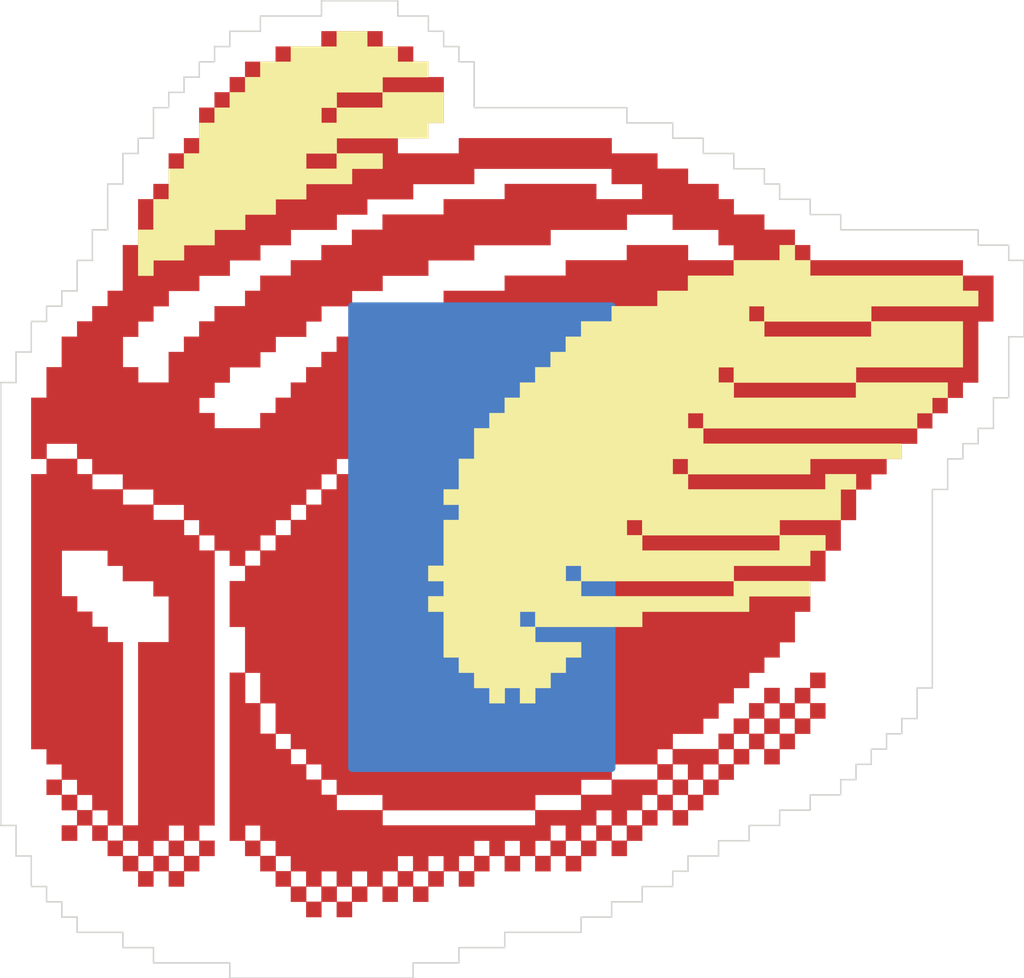
<source format=kicad_pcb>
(kicad_pcb (version 20171130) (host pcbnew "(5.1.6)-1")

  (general
    (thickness 1.6)
    (drawings 135)
    (tracks 0)
    (zones 0)
    (modules 1)
    (nets 1)
  )

  (page A4)
  (layers
    (0 F.Cu signal)
    (31 B.Cu signal)
    (32 B.Adhes user)
    (33 F.Adhes user)
    (34 B.Paste user)
    (35 F.Paste user)
    (36 B.SilkS user)
    (37 F.SilkS user)
    (38 B.Mask user)
    (39 F.Mask user)
    (40 Dwgs.User user)
    (41 Cmts.User user)
    (42 Eco1.User user hide)
    (43 Eco2.User user)
    (44 Edge.Cuts user)
    (45 Margin user)
    (46 B.CrtYd user)
    (47 F.CrtYd user)
    (48 B.Fab user)
    (49 F.Fab user)
  )

  (setup
    (last_trace_width 0.25)
    (trace_clearance 0.2)
    (zone_clearance 0.508)
    (zone_45_only no)
    (trace_min 0.2)
    (via_size 0.8)
    (via_drill 0.4)
    (via_min_size 0.4)
    (via_min_drill 0.3)
    (uvia_size 0.3)
    (uvia_drill 0.1)
    (uvias_allowed no)
    (uvia_min_size 0.2)
    (uvia_min_drill 0.1)
    (edge_width 0.05)
    (segment_width 0.2)
    (pcb_text_width 0.3)
    (pcb_text_size 1.5 1.5)
    (mod_edge_width 0.12)
    (mod_text_size 1 1)
    (mod_text_width 0.15)
    (pad_size 1.524 1.524)
    (pad_drill 0.762)
    (pad_to_mask_clearance 0.05)
    (aux_axis_origin 0 0)
    (visible_elements FFFFFF7F)
    (pcbplotparams
      (layerselection 0x010fc_ffffffff)
      (usegerberextensions false)
      (usegerberattributes true)
      (usegerberadvancedattributes true)
      (creategerberjobfile true)
      (excludeedgelayer true)
      (linewidth 0.100000)
      (plotframeref false)
      (viasonmask false)
      (mode 1)
      (useauxorigin false)
      (hpglpennumber 1)
      (hpglpenspeed 20)
      (hpglpendiameter 15.000000)
      (psnegative false)
      (psa4output false)
      (plotreference true)
      (plotvalue true)
      (plotinvisibletext false)
      (padsonsilk false)
      (subtractmaskfromsilk false)
      (outputformat 1)
      (mirror false)
      (drillshape 1)
      (scaleselection 1)
      (outputdirectory ""))
  )

  (net 0 "")

  (net_class Default "This is the default net class."
    (clearance 0.2)
    (trace_width 0.25)
    (via_dia 0.8)
    (via_drill 0.4)
    (uvia_dia 0.3)
    (uvia_drill 0.1)
  )

  (module Toasty:Toasty (layer F.Cu) (tedit 0) (tstamp 5F653F03)
    (at 147.447 96.774)
    (fp_text reference G*** (at 0 0) (layer F.SilkS) hide
      (effects (font (size 1.524 1.524) (thickness 0.3)))
    )
    (fp_text value LOGO (at 0.75 0) (layer F.SilkS) hide
      (effects (font (size 1.524 1.524) (thickness 0.3)))
    )
    (fp_poly (pts (xy 9.398 -7.62) (xy 9.906 -7.62) (xy 9.906 -7.112) (xy 14.986 -7.112)
      (xy 14.986 -6.604) (xy 15.494 -6.604) (xy 15.494 -6.096) (xy 11.938 -6.096)
      (xy 11.938 -5.588) (xy 14.986 -5.588) (xy 14.986 -4.064) (xy 11.43 -4.064)
      (xy 11.43 -3.556) (xy 14.478 -3.556) (xy 14.478 -3.048) (xy 13.97 -3.048)
      (xy 13.97 -2.54) (xy 13.462 -2.54) (xy 13.462 -2.032) (xy 6.35 -2.032)
      (xy 6.35 -1.524) (xy 12.954 -1.524) (xy 12.954 -1.016) (xy 9.906 -1.016)
      (xy 9.906 -0.508) (xy 5.842 -0.508) (xy 5.842 0) (xy 10.414 0)
      (xy 10.414 -0.508) (xy 11.43 -0.508) (xy 11.43 0) (xy 10.922 0)
      (xy 10.922 1.016) (xy 8.89 1.016) (xy 8.89 1.524) (xy 10.414 1.524)
      (xy 10.414 2.032) (xy 9.906 2.032) (xy 9.906 2.54) (xy 7.366 2.54)
      (xy 7.366 3.048) (xy 9.906 3.048) (xy 9.906 3.556) (xy 7.874 3.556)
      (xy 7.874 4.064) (xy 4.318 4.064) (xy 4.318 4.572) (xy 0.762 4.572)
      (xy 0.762 5.08) (xy 2.286 5.08) (xy 2.286 5.588) (xy 1.778 5.588)
      (xy 1.778 6.096) (xy 1.27 6.096) (xy 1.27 6.604) (xy 0.762 6.604)
      (xy 0.762 7.112) (xy 0.254 7.112) (xy 0.254 6.604) (xy -0.254 6.604)
      (xy -0.254 7.112) (xy -0.762 7.112) (xy -0.762 6.604) (xy -1.27 6.604)
      (xy -1.27 6.096) (xy -1.778 6.096) (xy -1.778 5.588) (xy -2.286 5.588)
      (xy -2.286 4.064) (xy 0.254 4.064) (xy 0.254 4.572) (xy 0.762 4.572)
      (xy 0.762 4.064) (xy 0.254 4.064) (xy -2.286 4.064) (xy -2.794 4.064)
      (xy -2.794 3.556) (xy -2.286 3.556) (xy 2.286 3.556) (xy 7.366 3.556)
      (xy 7.366 3.048) (xy 2.286 3.048) (xy 2.286 3.556) (xy -2.286 3.556)
      (xy -2.286 3.048) (xy -2.794 3.048) (xy -2.794 2.54) (xy -2.286 2.54)
      (xy 1.778 2.54) (xy 1.778 3.048) (xy 2.286 3.048) (xy 2.286 2.54)
      (xy 1.778 2.54) (xy -2.286 2.54) (xy -2.286 2.032) (xy 4.318 2.032)
      (xy 8.89 2.032) (xy 8.89 1.524) (xy 4.318 1.524) (xy 4.318 2.032)
      (xy -2.286 2.032) (xy -2.286 1.016) (xy -1.778 1.016) (xy 3.81 1.016)
      (xy 3.81 1.524) (xy 4.318 1.524) (xy 4.318 1.016) (xy 3.81 1.016)
      (xy -1.778 1.016) (xy -1.778 0.508) (xy -2.286 0.508) (xy -2.286 0)
      (xy -1.778 0) (xy -1.778 -1.016) (xy -1.27 -1.016) (xy 5.334 -1.016)
      (xy 5.334 -0.508) (xy 5.842 -0.508) (xy 5.842 -1.016) (xy 5.334 -1.016)
      (xy -1.27 -1.016) (xy -1.27 -2.032) (xy -0.762 -2.032) (xy -0.762 -2.54)
      (xy -0.254 -2.54) (xy 5.842 -2.54) (xy 5.842 -2.032) (xy 6.35 -2.032)
      (xy 6.35 -2.54) (xy 5.842 -2.54) (xy -0.254 -2.54) (xy -0.254 -3.048)
      (xy 0.254 -3.048) (xy 7.366 -3.048) (xy 11.43 -3.048) (xy 11.43 -3.556)
      (xy 7.366 -3.556) (xy 7.366 -3.048) (xy 0.254 -3.048) (xy 0.254 -3.556)
      (xy 0.762 -3.556) (xy 0.762 -4.064) (xy 1.27 -4.064) (xy 6.858 -4.064)
      (xy 6.858 -3.556) (xy 7.366 -3.556) (xy 7.366 -4.064) (xy 6.858 -4.064)
      (xy 1.27 -4.064) (xy 1.27 -4.572) (xy 1.778 -4.572) (xy 1.778 -5.08)
      (xy 2.286 -5.08) (xy 8.382 -5.08) (xy 11.938 -5.08) (xy 11.938 -5.588)
      (xy 8.382 -5.588) (xy 8.382 -5.08) (xy 2.286 -5.08) (xy 2.286 -5.588)
      (xy 3.302 -5.588) (xy 3.302 -6.096) (xy 4.826 -6.096) (xy 7.874 -6.096)
      (xy 7.874 -5.588) (xy 8.382 -5.588) (xy 8.382 -6.096) (xy 7.874 -6.096)
      (xy 4.826 -6.096) (xy 4.826 -6.604) (xy 5.842 -6.604) (xy 5.842 -7.112)
      (xy 7.366 -7.112) (xy 7.366 -7.62) (xy 8.89 -7.62) (xy 8.89 -8.128)
      (xy 9.398 -8.128) (xy 9.398 -7.62)) (layer F.SilkS) (width 0.01))
    (fp_poly (pts (xy -2.286 -13.208) (xy -2.286 -12.192) (xy -2.794 -12.192) (xy -2.794 -11.684)
      (xy -5.842 -11.684) (xy -5.842 -11.176) (xy -4.318 -11.176) (xy -4.318 -10.668)
      (xy -5.334 -10.668) (xy -5.334 -10.16) (xy -6.858 -10.16) (xy -6.858 -9.652)
      (xy -7.874 -9.652) (xy -7.874 -9.144) (xy -8.89 -9.144) (xy -8.89 -8.636)
      (xy -9.906 -8.636) (xy -9.906 -8.128) (xy -10.922 -8.128) (xy -10.922 -7.62)
      (xy -11.938 -7.62) (xy -11.938 -7.112) (xy -12.446 -7.112) (xy -12.446 -8.636)
      (xy -11.938 -8.636) (xy -11.938 -9.652) (xy -11.43 -9.652) (xy -11.43 -10.668)
      (xy -10.922 -10.668) (xy -10.922 -11.176) (xy -10.414 -11.176) (xy -6.858 -11.176)
      (xy -6.858 -10.668) (xy -5.842 -10.668) (xy -5.842 -11.176) (xy -6.858 -11.176)
      (xy -10.414 -11.176) (xy -10.414 -12.192) (xy -9.906 -12.192) (xy -9.906 -12.7)
      (xy -9.398 -12.7) (xy -6.35 -12.7) (xy -6.35 -12.192) (xy -5.842 -12.192)
      (xy -5.842 -12.7) (xy -6.35 -12.7) (xy -9.398 -12.7) (xy -9.398 -13.208)
      (xy -8.89 -13.208) (xy -5.842 -13.208) (xy -5.842 -12.7) (xy -4.318 -12.7)
      (xy -4.318 -13.208) (xy -5.842 -13.208) (xy -8.89 -13.208) (xy -8.89 -13.716)
      (xy -8.382 -13.716) (xy -8.382 -14.224) (xy -7.366 -14.224) (xy -7.366 -14.732)
      (xy -5.842 -14.732) (xy -5.842 -15.24) (xy -4.826 -15.24) (xy -4.826 -14.732)
      (xy -3.81 -14.732) (xy -3.81 -14.224) (xy -2.794 -14.224) (xy -2.794 -13.716)
      (xy -4.318 -13.716) (xy -4.318 -13.208) (xy -2.286 -13.208)) (layer F.SilkS) (width 0.01))
    (fp_poly (pts (xy 4.318 -7.62) (xy 4.318 -7.112) (xy 2.794 -7.112) (xy 2.794 -6.604)
      (xy 0.254 -6.604) (xy 0.254 -6.096) (xy -1.27 -6.096) (xy -1.27 -5.588)
      (xy -2.286 -5.588) (xy -2.286 -5.08) (xy -3.302 -5.08) (xy -3.302 -4.572)
      (xy -4.318 -4.572) (xy -4.318 -4.064) (xy -5.334 -4.064) (xy -5.334 -3.556)
      (xy -5.842 -3.556) (xy -5.842 -3.048) (xy -6.858 -3.048) (xy -6.858 -2.54)
      (xy -7.366 -2.54) (xy -7.366 -2.032) (xy -7.874 -2.032) (xy -7.874 -1.524)
      (xy -8.89 -1.524) (xy -8.89 -2.032) (xy -8.382 -2.032) (xy -8.382 -2.54)
      (xy -7.874 -2.54) (xy -7.874 -3.048) (xy -7.366 -3.048) (xy -7.366 -3.556)
      (xy -6.858 -3.556) (xy -6.858 -4.064) (xy -6.35 -4.064) (xy -6.35 -4.572)
      (xy -5.842 -4.572) (xy -5.842 -5.08) (xy -4.826 -5.08) (xy -4.826 -5.588)
      (xy -3.302 -5.588) (xy -3.302 -6.096) (xy -2.286 -6.096) (xy -2.286 -6.604)
      (xy -0.254 -6.604) (xy -0.254 -7.112) (xy 1.778 -7.112) (xy 1.778 -7.62)
      (xy 3.81 -7.62) (xy 3.81 -8.128) (xy 5.842 -8.128) (xy 5.842 -7.62)
      (xy 4.318 -7.62)) (layer F.Mask) (width 0.01))
    (fp_poly (pts (xy 7.874 -5.588) (xy 7.874 -6.096) (xy 8.382 -6.096) (xy 8.382 -5.588)
      (xy 7.874 -5.588)) (layer F.Mask) (width 0.01))
    (fp_poly (pts (xy 8.89 -8.636) (xy 9.398 -8.636) (xy 9.398 -8.128) (xy 8.89 -8.128)
      (xy 8.89 -8.636)) (layer F.Mask) (width 0.01))
    (fp_poly (pts (xy 7.366 -8.128) (xy 8.89 -8.128) (xy 8.89 -7.62) (xy 7.366 -7.62)
      (xy 7.366 -8.128)) (layer F.Mask) (width 0.01))
    (fp_poly (pts (xy -11.938 0.508) (xy -11.938 0) (xy -12.954 0) (xy -12.954 -0.508)
      (xy -13.97 -0.508) (xy -13.97 -1.016) (xy -14.478 -1.016) (xy -14.478 -1.524)
      (xy -13.462 -1.524) (xy -13.462 -1.016) (xy -12.446 -1.016) (xy -12.446 -0.508)
      (xy -11.43 -0.508) (xy -11.43 0) (xy -10.922 0) (xy -10.922 0.508)
      (xy -11.938 0.508)) (layer F.Mask) (width 0.01))
    (fp_poly (pts (xy 9.398 -7.62) (xy 9.398 -8.128) (xy 9.906 -8.128) (xy 9.906 -7.62)
      (xy 9.398 -7.62)) (layer F.Mask) (width 0.01))
    (fp_poly (pts (xy 9.906 -7.112) (xy 9.906 -7.62) (xy 14.986 -7.62) (xy 14.986 -7.112)
      (xy 9.906 -7.112)) (layer F.Mask) (width 0.01))
    (fp_poly (pts (xy 6.858 -3.556) (xy 6.858 -4.064) (xy 7.366 -4.064) (xy 7.366 -3.556)
      (xy 6.858 -3.556)) (layer F.Mask) (width 0.01))
    (fp_poly (pts (xy 11.938 -5.588) (xy 11.938 -5.08) (xy 8.382 -5.08) (xy 8.382 -5.588)
      (xy 11.938 -5.588)) (layer F.Mask) (width 0.01))
    (fp_poly (pts (xy 5.842 -7.62) (xy 7.366 -7.62) (xy 7.366 -7.112) (xy 5.842 -7.112)
      (xy 5.842 -7.62)) (layer F.Mask) (width 0.01))
    (fp_poly (pts (xy 4.826 -7.112) (xy 5.842 -7.112) (xy 5.842 -6.604) (xy 4.826 -6.604)
      (xy 4.826 -7.112)) (layer F.Mask) (width 0.01))
    (fp_poly (pts (xy 3.302 -6.604) (xy 4.826 -6.604) (xy 4.826 -6.096) (xy 3.302 -6.096)
      (xy 3.302 -6.604)) (layer F.Mask) (width 0.01))
    (fp_poly (pts (xy 2.286 -6.096) (xy 3.302 -6.096) (xy 3.302 -5.588) (xy 2.286 -5.588)
      (xy 2.286 -6.096)) (layer F.Mask) (width 0.01))
    (fp_poly (pts (xy 1.778 -5.588) (xy 2.286 -5.588) (xy 2.286 -5.08) (xy 1.778 -5.08)
      (xy 1.778 -5.588)) (layer F.Mask) (width 0.01))
    (fp_poly (pts (xy 1.27 -5.08) (xy 1.778 -5.08) (xy 1.778 -4.572) (xy 1.27 -4.572)
      (xy 1.27 -5.08)) (layer F.Mask) (width 0.01))
    (fp_poly (pts (xy 0.762 -4.572) (xy 1.27 -4.572) (xy 1.27 -4.064) (xy 0.762 -4.064)
      (xy 0.762 -4.572)) (layer F.Mask) (width 0.01))
    (fp_poly (pts (xy 0.254 -4.064) (xy 0.762 -4.064) (xy 0.762 -3.556) (xy 0.254 -3.556)
      (xy 0.254 -4.064)) (layer F.Mask) (width 0.01))
    (fp_poly (pts (xy -0.254 -3.556) (xy 0.254 -3.556) (xy 0.254 -3.048) (xy -0.254 -3.048)
      (xy -0.254 -3.556)) (layer F.Mask) (width 0.01))
    (fp_poly (pts (xy -0.762 -3.048) (xy -0.254 -3.048) (xy -0.254 -2.54) (xy -0.762 -2.54)
      (xy -0.762 -3.048)) (layer F.Mask) (width 0.01))
    (fp_poly (pts (xy -1.27 -2.54) (xy -0.762 -2.54) (xy -0.762 -2.032) (xy -1.27 -2.032)
      (xy -1.27 -2.54)) (layer F.Mask) (width 0.01))
    (fp_poly (pts (xy -2.286 4.064) (xy -2.286 4.572) (xy -2.794 4.572) (xy -2.794 4.064)
      (xy -2.286 4.064)) (layer F.Mask) (width 0.01))
    (fp_poly (pts (xy -2.286 -2.54) (xy -1.778 -2.54) (xy -1.778 -2.032) (xy -2.286 -2.032)
      (xy -2.286 -2.54)) (layer F.Mask) (width 0.01))
    (fp_poly (pts (xy 9.906 7.112) (xy 10.414 7.112) (xy 10.414 7.62) (xy 9.906 7.62)
      (xy 9.906 7.112)) (layer F.Mask) (width 0.01))
    (fp_poly (pts (xy 5.842 -2.032) (xy 5.842 -2.54) (xy 6.35 -2.54) (xy 6.35 -2.032)
      (xy 5.842 -2.032)) (layer F.Mask) (width 0.01))
    (fp_poly (pts (xy 11.43 -3.556) (xy 11.43 -3.048) (xy 7.366 -3.048) (xy 7.366 -3.556)
      (xy 11.43 -3.556)) (layer F.Mask) (width 0.01))
    (fp_poly (pts (xy -1.778 -2.032) (xy -1.27 -2.032) (xy -1.27 -1.016) (xy -1.778 -1.016)
      (xy -1.778 -2.032)) (layer F.Mask) (width 0.01))
    (fp_poly (pts (xy -2.286 -1.016) (xy -1.778 -1.016) (xy -1.778 0) (xy -2.286 0)
      (xy -2.286 -1.016)) (layer F.Mask) (width 0.01))
    (fp_poly (pts (xy -2.794 0) (xy -2.286 0) (xy -2.286 0.508) (xy -2.794 0.508)
      (xy -2.794 0)) (layer F.Mask) (width 0.01))
    (fp_poly (pts (xy -3.302 1.016) (xy -3.302 0.508) (xy -2.794 0.508) (xy -2.794 1.016)
      (xy -3.302 1.016)) (layer F.Mask) (width 0.01))
    (fp_poly (pts (xy -2.286 0.508) (xy -1.778 0.508) (xy -1.778 1.016) (xy -2.286 1.016)
      (xy -2.286 0.508)) (layer F.Mask) (width 0.01))
    (fp_poly (pts (xy -3.302 2.032) (xy -3.302 1.524) (xy -2.794 1.524) (xy -2.794 2.032)
      (xy -3.302 2.032)) (layer F.Mask) (width 0.01))
    (fp_poly (pts (xy -2.286 1.524) (xy -1.778 1.524) (xy -1.778 2.032) (xy -2.286 2.032)
      (xy -2.286 1.524)) (layer F.Mask) (width 0.01))
    (fp_poly (pts (xy -3.302 3.048) (xy -3.302 2.54) (xy -2.794 2.54) (xy -2.794 3.048)
      (xy -3.302 3.048)) (layer F.Mask) (width 0.01))
    (fp_poly (pts (xy -2.794 3.048) (xy -2.286 3.048) (xy -2.286 3.556) (xy -2.794 3.556)
      (xy -2.794 3.048)) (layer F.Mask) (width 0.01))
    (fp_poly (pts (xy -3.302 4.064) (xy -3.302 3.556) (xy -2.794 3.556) (xy -2.794 4.064)
      (xy -3.302 4.064)) (layer F.Mask) (width 0.01))
    (fp_poly (pts (xy 2.794 7.112) (xy 2.794 6.604) (xy 3.302 6.604) (xy 3.302 7.112)
      (xy 2.794 7.112)) (layer F.Mask) (width 0.01))
    (fp_poly (pts (xy 9.906 6.096) (xy 10.414 6.096) (xy 10.414 6.604) (xy 9.906 6.604)
      (xy 9.906 6.096)) (layer F.Mask) (width 0.01))
    (fp_poly (pts (xy 1.27 12.7) (xy 0.762 12.7) (xy 0.762 12.192) (xy 1.27 12.192)
      (xy 1.27 12.7)) (layer F.Mask) (width 0.01))
    (fp_poly (pts (xy 1.27 12.192) (xy 1.27 11.684) (xy 1.778 11.684) (xy 1.778 12.192)
      (xy 1.27 12.192)) (layer F.Mask) (width 0.01))
    (fp_poly (pts (xy 2.286 12.7) (xy 1.778 12.7) (xy 1.778 12.192) (xy 2.286 12.192)
      (xy 2.286 12.7)) (layer F.Mask) (width 0.01))
    (fp_poly (pts (xy 2.794 12.192) (xy 2.286 12.192) (xy 2.286 11.684) (xy 2.794 11.684)
      (xy 2.794 12.192)) (layer F.Mask) (width 0.01))
    (fp_poly (pts (xy 2.794 11.684) (xy 2.794 11.176) (xy 3.302 11.176) (xy 3.302 11.684)
      (xy 2.794 11.684)) (layer F.Mask) (width 0.01))
    (fp_poly (pts (xy 3.81 12.192) (xy 3.302 12.192) (xy 3.302 11.684) (xy 3.81 11.684)
      (xy 3.81 12.192)) (layer F.Mask) (width 0.01))
    (fp_poly (pts (xy 4.318 11.684) (xy 3.81 11.684) (xy 3.81 11.176) (xy 4.318 11.176)
      (xy 4.318 11.684)) (layer F.Mask) (width 0.01))
    (fp_poly (pts (xy 4.826 11.176) (xy 4.318 11.176) (xy 4.318 10.668) (xy 4.826 10.668)
      (xy 4.826 11.176)) (layer F.Mask) (width 0.01))
    (fp_poly (pts (xy 4.826 10.668) (xy 4.826 10.16) (xy 5.334 10.16) (xy 5.334 10.668)
      (xy 4.826 10.668)) (layer F.Mask) (width 0.01))
    (fp_poly (pts (xy 5.842 11.176) (xy 5.334 11.176) (xy 5.334 10.668) (xy 5.842 10.668)
      (xy 5.842 11.176)) (layer F.Mask) (width 0.01))
    (fp_poly (pts (xy 6.35 10.668) (xy 5.842 10.668) (xy 5.842 10.16) (xy 6.35 10.16)
      (xy 6.35 10.668)) (layer F.Mask) (width 0.01))
    (fp_poly (pts (xy 6.858 10.16) (xy 6.35 10.16) (xy 6.35 9.652) (xy 6.858 9.652)
      (xy 6.858 10.16)) (layer F.Mask) (width 0.01))
    (fp_poly (pts (xy 7.366 9.652) (xy 6.858 9.652) (xy 6.858 9.144) (xy 7.366 9.144)
      (xy 7.366 9.652)) (layer F.Mask) (width 0.01))
    (fp_poly (pts (xy 7.874 9.144) (xy 7.366 9.144) (xy 7.366 8.636) (xy 7.874 8.636)
      (xy 7.874 9.144)) (layer F.Mask) (width 0.01))
    (fp_poly (pts (xy 7.874 8.636) (xy 7.874 8.128) (xy 8.382 8.128) (xy 8.382 8.636)
      (xy 7.874 8.636)) (layer F.Mask) (width 0.01))
    (fp_poly (pts (xy 8.89 9.144) (xy 8.382 9.144) (xy 8.382 8.636) (xy 8.89 8.636)
      (xy 8.89 9.144)) (layer F.Mask) (width 0.01))
    (fp_poly (pts (xy 9.398 8.636) (xy 8.89 8.636) (xy 8.89 8.128) (xy 9.398 8.128)
      (xy 9.398 8.636)) (layer F.Mask) (width 0.01))
    (fp_poly (pts (xy 9.906 8.128) (xy 9.398 8.128) (xy 9.398 7.62) (xy 9.906 7.62)
      (xy 9.906 8.128)) (layer F.Mask) (width 0.01))
    (fp_poly (pts (xy -15.494 -4.064) (xy -14.986 -4.064) (xy -14.986 -3.048) (xy -15.494 -3.048)
      (xy -15.494 -4.064)) (layer F.Mask) (width 0.01))
    (fp_poly (pts (xy 14.478 -3.556) (xy 11.43 -3.556) (xy 11.43 -4.064) (xy 14.986 -4.064)
      (xy 14.986 -5.588) (xy 11.938 -5.588) (xy 11.938 -6.096) (xy 15.494 -6.096)
      (xy 15.494 -6.604) (xy 14.986 -6.604) (xy 14.986 -7.112) (xy 16.002 -7.112)
      (xy 16.002 -5.588) (xy 15.494 -5.588) (xy 15.494 -3.556) (xy 14.986 -3.556)
      (xy 14.986 -3.048) (xy 14.478 -3.048) (xy 14.478 -3.556)) (layer F.Mask) (width 0.01))
    (fp_poly (pts (xy 13.97 -3.048) (xy 14.478 -3.048) (xy 14.478 -2.54) (xy 13.97 -2.54)
      (xy 13.97 -3.048)) (layer F.Mask) (width 0.01))
    (fp_poly (pts (xy 13.462 -2.54) (xy 13.97 -2.54) (xy 13.97 -2.032) (xy 13.462 -2.032)
      (xy 13.462 -2.54)) (layer F.Mask) (width 0.01))
    (fp_poly (pts (xy 13.462 -2.032) (xy 13.462 -1.524) (xy 6.35 -1.524) (xy 6.35 -2.032)
      (xy 13.462 -2.032)) (layer F.Mask) (width 0.01))
    (fp_poly (pts (xy -2.286 1.524) (xy -2.794 1.524) (xy -2.794 1.016) (xy -2.286 1.016)
      (xy -2.286 1.524)) (layer F.Mask) (width 0.01))
    (fp_poly (pts (xy -2.286 2.54) (xy -2.794 2.54) (xy -2.794 2.032) (xy -2.286 2.032)
      (xy -2.286 2.54)) (layer F.Mask) (width 0.01))
    (fp_poly (pts (xy -5.842 8.636) (xy -5.842 8.128) (xy -6.35 8.128) (xy -6.35 7.62)
      (xy -6.858 7.62) (xy -6.858 7.112) (xy -7.366 7.112) (xy -7.366 6.096)
      (xy -7.874 6.096) (xy -7.874 5.588) (xy -8.382 5.588) (xy -8.382 6.096)
      (xy -8.89 6.096) (xy -8.89 4.572) (xy -9.398 4.572) (xy -9.398 3.048)
      (xy -8.89 3.048) (xy -8.89 2.54) (xy -8.382 2.54) (xy -8.382 2.032)
      (xy -7.874 2.032) (xy -7.874 1.524) (xy -7.366 1.524) (xy -7.366 1.016)
      (xy -6.858 1.016) (xy -6.858 0.508) (xy -6.35 0.508) (xy -6.35 0)
      (xy -5.842 0) (xy -5.842 -0.508) (xy -5.334 -0.508) (xy -5.334 -1.016)
      (xy -4.318 -1.016) (xy -4.318 -1.524) (xy -3.302 -1.524) (xy -3.302 -2.032)
      (xy -2.286 -2.032) (xy -2.286 -1.524) (xy -2.794 -1.524) (xy -2.794 -1.016)
      (xy -3.81 -1.016) (xy -3.81 -0.508) (xy -4.318 -0.508) (xy -4.318 0)
      (xy -4.826 0) (xy -4.826 0.508) (xy -5.334 0.508) (xy -5.334 1.016)
      (xy -5.842 1.016) (xy -5.842 1.524) (xy -6.35 1.524) (xy -6.35 2.032)
      (xy -6.858 2.032) (xy -6.858 2.54) (xy -7.366 2.54) (xy -7.366 3.048)
      (xy -7.874 3.048) (xy -7.874 5.08) (xy -7.366 5.08) (xy -7.366 5.588)
      (xy -6.858 5.588) (xy -6.858 6.604) (xy -6.35 6.604) (xy -6.35 7.112)
      (xy -5.842 7.112) (xy -5.842 7.62) (xy -5.334 7.62) (xy -5.334 8.128)
      (xy -4.826 8.128) (xy -4.826 8.636) (xy -5.842 8.636)) (layer F.Mask) (width 0.01))
    (fp_poly (pts (xy -4.826 9.144) (xy -4.826 8.636) (xy -3.81 8.636) (xy -3.81 9.144)
      (xy -4.826 9.144)) (layer F.Mask) (width 0.01))
    (fp_poly (pts (xy 0.762 9.652) (xy -3.81 9.652) (xy -3.81 9.144) (xy 0.762 9.144)
      (xy 0.762 9.652)) (layer F.Mask) (width 0.01))
    (fp_poly (pts (xy 2.794 8.636) (xy 2.286 8.636) (xy 2.286 9.144) (xy 0.762 9.144)
      (xy 0.762 8.636) (xy 1.778 8.636) (xy 1.778 8.128) (xy 2.794 8.128)
      (xy 2.794 8.636)) (layer F.Mask) (width 0.01))
    (fp_poly (pts (xy 3.302 8.128) (xy 2.794 8.128) (xy 2.794 7.62) (xy 3.302 7.62)
      (xy 3.302 8.128)) (layer F.Mask) (width 0.01))
    (fp_poly (pts (xy 3.81 7.112) (xy 3.81 7.62) (xy 3.302 7.62) (xy 3.302 7.112)
      (xy 3.81 7.112)) (layer F.Mask) (width 0.01))
    (fp_poly (pts (xy 8.89 4.572) (xy 9.398 4.572) (xy 9.398 5.08) (xy 8.89 5.08)
      (xy 8.89 4.572)) (layer F.Mask) (width 0.01))
    (fp_poly (pts (xy 5.334 9.652) (xy 4.826 9.652) (xy 4.826 9.144) (xy 5.334 9.144)
      (xy 5.334 9.652)) (layer F.Mask) (width 0.01))
    (fp_poly (pts (xy 6.858 9.144) (xy 6.35 9.144) (xy 6.35 9.652) (xy 5.842 9.652)
      (xy 5.842 9.144) (xy 5.334 9.144) (xy 5.334 8.636) (xy 6.858 8.636)
      (xy 6.858 9.144)) (layer F.Mask) (width 0.01))
    (fp_poly (pts (xy 7.366 8.636) (xy 6.858 8.636) (xy 6.858 8.128) (xy 7.366 8.128)
      (xy 7.366 8.636)) (layer F.Mask) (width 0.01))
    (fp_poly (pts (xy 7.874 8.128) (xy 7.366 8.128) (xy 7.366 7.62) (xy 7.874 7.62)
      (xy 7.874 8.128)) (layer F.Mask) (width 0.01))
    (fp_poly (pts (xy 8.382 7.62) (xy 7.874 7.62) (xy 7.874 7.112) (xy 8.382 7.112)
      (xy 8.382 7.62)) (layer F.Mask) (width 0.01))
    (fp_poly (pts (xy 8.382 7.112) (xy 8.382 6.604) (xy 8.89 6.604) (xy 8.89 7.112)
      (xy 8.382 7.112)) (layer F.Mask) (width 0.01))
    (fp_poly (pts (xy 9.398 7.62) (xy 8.89 7.62) (xy 8.89 7.112) (xy 9.398 7.112)
      (xy 9.398 7.62)) (layer F.Mask) (width 0.01))
    (fp_poly (pts (xy 9.906 7.112) (xy 9.398 7.112) (xy 9.398 6.604) (xy 9.906 6.604)
      (xy 9.906 7.112)) (layer F.Mask) (width 0.01))
    (fp_poly (pts (xy -14.478 11.684) (xy -14.986 11.684) (xy -14.986 11.176) (xy -14.478 11.176)
      (xy -14.478 11.684)) (layer F.Mask) (width 0.01))
    (fp_poly (pts (xy -15.494 -2.54) (xy -14.986 -2.54) (xy -14.986 -2.032) (xy -14.478 -2.032)
      (xy -14.478 -1.524) (xy -15.494 -1.524) (xy -15.494 -1.016) (xy -16.002 -1.016)
      (xy -16.002 -3.048) (xy -15.494 -3.048) (xy -15.494 -2.54)) (layer F.Mask) (width 0.01))
    (fp_poly (pts (xy 3.302 10.16) (xy 3.302 9.652) (xy 4.826 9.652) (xy 4.826 10.16)
      (xy 4.318 10.16) (xy 4.318 10.668) (xy 3.81 10.668) (xy 3.81 11.176)
      (xy 3.302 11.176) (xy 3.302 10.668) (xy 2.794 10.668) (xy 2.794 11.176)
      (xy 2.286 11.176) (xy 2.286 11.684) (xy 1.778 11.684) (xy 1.778 11.176)
      (xy 1.27 11.176) (xy 1.27 11.684) (xy 0.762 11.684) (xy 0.762 12.192)
      (xy 0.254 12.192) (xy 0.254 12.7) (xy -0.254 12.7) (xy -0.254 12.192)
      (xy -0.762 12.192) (xy -0.762 12.7) (xy -1.27 12.7) (xy -1.27 13.208)
      (xy -1.778 13.208) (xy -1.778 12.7) (xy -2.286 12.7) (xy -2.286 13.208)
      (xy -2.794 13.208) (xy -2.794 13.716) (xy -3.302 13.716) (xy -3.302 13.208)
      (xy -3.81 13.208) (xy -3.81 13.716) (xy -4.318 13.716) (xy -4.318 13.208)
      (xy -4.826 13.208) (xy -4.826 13.716) (xy -5.334 13.716) (xy -5.334 14.224)
      (xy -5.842 14.224) (xy -5.842 13.716) (xy -6.35 13.716) (xy -6.35 14.224)
      (xy -6.858 14.224) (xy -6.858 13.716) (xy -7.366 13.716) (xy -7.366 13.208)
      (xy -7.874 13.208) (xy -7.874 12.7) (xy -8.382 12.7) (xy -8.382 12.192)
      (xy -8.89 12.192) (xy -8.89 11.684) (xy -9.398 11.684) (xy -9.398 11.176)
      (xy -8.89 11.176) (xy -8.89 11.684) (xy -8.382 11.684) (xy -8.382 12.192)
      (xy -7.874 12.192) (xy -7.874 12.7) (xy -7.366 12.7) (xy -7.366 13.208)
      (xy -6.858 13.208) (xy -6.858 13.716) (xy -6.35 13.716) (xy -6.35 13.208)
      (xy -6.858 13.208) (xy -6.858 12.7) (xy -6.35 12.7) (xy -6.35 13.208)
      (xy -5.842 13.208) (xy -5.842 13.716) (xy -5.334 13.716) (xy -5.334 13.208)
      (xy -5.842 13.208) (xy -5.842 12.7) (xy -5.334 12.7) (xy -5.334 13.208)
      (xy -4.826 13.208) (xy -4.826 12.7) (xy -4.318 12.7) (xy -4.318 13.208)
      (xy -3.81 13.208) (xy -3.81 12.7) (xy -4.318 12.7) (xy -4.826 12.7)
      (xy -5.334 12.7) (xy -5.842 12.7) (xy -6.35 12.7) (xy -6.858 12.7)
      (xy -7.366 12.7) (xy -7.366 12.192) (xy -3.81 12.192) (xy -3.81 12.7)
      (xy -3.302 12.7) (xy -3.302 13.208) (xy -2.794 13.208) (xy -2.794 12.7)
      (xy -3.302 12.7) (xy -3.302 12.192) (xy -2.794 12.192) (xy -2.794 12.7)
      (xy -2.286 12.7) (xy -2.286 12.192) (xy -1.778 12.192) (xy -1.778 12.7)
      (xy -1.27 12.7) (xy -1.27 12.192) (xy -1.778 12.192) (xy -2.286 12.192)
      (xy -2.794 12.192) (xy -3.302 12.192) (xy -3.81 12.192) (xy -7.366 12.192)
      (xy -7.874 12.192) (xy -7.874 11.684) (xy -1.27 11.684) (xy -1.27 12.192)
      (xy -0.762 12.192) (xy -0.762 11.684) (xy -0.254 11.684) (xy -0.254 12.192)
      (xy 0.254 12.192) (xy 0.254 11.684) (xy -0.254 11.684) (xy -0.762 11.684)
      (xy -1.27 11.684) (xy -7.874 11.684) (xy -8.382 11.684) (xy -8.382 11.176)
      (xy -8.89 11.176) (xy -9.398 11.176) (xy -9.398 6.096) (xy -8.89 6.096)
      (xy -8.89 7.112) (xy -8.382 7.112) (xy -8.382 8.128) (xy -7.874 8.128)
      (xy -7.874 8.636) (xy -7.366 8.636) (xy -7.366 9.144) (xy -6.858 9.144)
      (xy -6.858 9.652) (xy -6.35 9.652) (xy -6.35 10.16) (xy -5.842 10.16)
      (xy -5.842 10.668) (xy -4.318 10.668) (xy -4.318 11.176) (xy 0.762 11.176)
      (xy 0.762 10.668) (xy 2.286 10.668) (xy 2.286 10.16) (xy 3.302 10.16)) (layer F.Mask) (width 0.01))
    (fp_poly (pts (xy 2.286 10.16) (xy 1.27 10.16) (xy 1.27 9.652) (xy 2.286 9.652)
      (xy 2.286 10.16)) (layer F.Mask) (width 0.01))
    (fp_poly (pts (xy 2.794 9.652) (xy 2.286 9.652) (xy 2.286 9.144) (xy 2.794 9.144)
      (xy 2.794 9.652)) (layer F.Mask) (width 0.01))
    (fp_poly (pts (xy 3.302 9.144) (xy 2.794 9.144) (xy 2.794 8.636) (xy 3.302 8.636)
      (xy 3.302 9.144)) (layer F.Mask) (width 0.01))
    (fp_poly (pts (xy 3.302 8.636) (xy 3.302 8.128) (xy 3.81 8.128) (xy 3.81 8.636)
      (xy 3.302 8.636)) (layer F.Mask) (width 0.01))
    (fp_poly (pts (xy 4.318 9.144) (xy 3.81 9.144) (xy 3.81 8.636) (xy 4.318 8.636)
      (xy 4.318 9.144)) (layer F.Mask) (width 0.01))
    (fp_poly (pts (xy 4.826 8.636) (xy 4.318 8.636) (xy 4.318 8.128) (xy 4.826 8.128)
      (xy 4.826 8.636)) (layer F.Mask) (width 0.01))
    (fp_poly (pts (xy 5.334 8.128) (xy 4.826 8.128) (xy 4.826 7.62) (xy 5.334 7.62)
      (xy 5.334 8.128)) (layer F.Mask) (width 0.01))
    (fp_poly (pts (xy 5.334 7.62) (xy 5.334 7.112) (xy 5.842 7.112) (xy 5.842 7.62)
      (xy 5.334 7.62)) (layer F.Mask) (width 0.01))
    (fp_poly (pts (xy 6.35 8.128) (xy 5.842 8.128) (xy 5.842 7.62) (xy 6.35 7.62)
      (xy 6.35 8.128)) (layer F.Mask) (width 0.01))
    (fp_poly (pts (xy 6.858 7.62) (xy 6.35 7.62) (xy 6.35 7.112) (xy 6.858 7.112)
      (xy 6.858 7.62)) (layer F.Mask) (width 0.01))
    (fp_poly (pts (xy 7.366 7.112) (xy 6.858 7.112) (xy 6.858 6.604) (xy 7.366 6.604)
      (xy 7.366 7.112)) (layer F.Mask) (width 0.01))
    (fp_poly (pts (xy 7.874 6.096) (xy 7.874 6.604) (xy 7.366 6.604) (xy 7.366 6.096)
      (xy 7.874 6.096)) (layer F.Mask) (width 0.01))
    (fp_poly (pts (xy 7.366 6.096) (xy 6.858 6.096) (xy 6.858 5.588) (xy 7.366 5.588)
      (xy 7.366 6.096)) (layer F.Mask) (width 0.01))
    (fp_poly (pts (xy 7.874 5.588) (xy 7.366 5.588) (xy 7.366 5.08) (xy 7.874 5.08)
      (xy 7.874 5.588)) (layer F.Mask) (width 0.01))
    (fp_poly (pts (xy 0.254 4.572) (xy 0.254 4.064) (xy 0.762 4.064) (xy 0.762 4.572)
      (xy 0.254 4.572)) (layer F.Mask) (width 0.01))
    (fp_poly (pts (xy 8.89 5.588) (xy 8.382 5.588) (xy 8.382 5.08) (xy 8.89 5.08)
      (xy 8.89 5.588)) (layer F.Mask) (width 0.01))
    (fp_poly (pts (xy -15.494 10.16) (xy -15.494 9.652) (xy -14.986 9.652) (xy -14.986 10.16)
      (xy -15.494 10.16)) (layer F.Mask) (width 0.01))
    (fp_poly (pts (xy -14.986 10.668) (xy -14.986 10.16) (xy -14.478 10.16) (xy -14.478 10.668)
      (xy -14.986 10.668)) (layer F.Mask) (width 0.01))
    (fp_poly (pts (xy -14.478 10.668) (xy -13.97 10.668) (xy -13.97 11.176) (xy -14.478 11.176)
      (xy -14.478 10.668)) (layer F.Mask) (width 0.01))
    (fp_poly (pts (xy 8.382 5.08) (xy 7.874 5.08) (xy 7.874 4.572) (xy 8.382 4.572)
      (xy 8.382 5.08)) (layer F.Mask) (width 0.01))
    (fp_poly (pts (xy 7.874 3.556) (xy 9.906 3.556) (xy 9.906 4.064) (xy 8.89 4.064)
      (xy 8.89 4.572) (xy 8.382 4.572) (xy 8.382 4.064) (xy 7.874 4.064)
      (xy 7.874 3.556)) (layer F.Mask) (width 0.01))
    (fp_poly (pts (xy 4.318 4.064) (xy 7.874 4.064) (xy 7.874 4.572) (xy 7.366 4.572)
      (xy 7.366 5.08) (xy 6.858 5.08) (xy 6.858 4.572) (xy 6.35 4.572)
      (xy 6.35 5.08) (xy 5.842 5.08) (xy 5.842 4.572) (xy 5.334 4.572)
      (xy 5.334 5.08) (xy 4.826 5.08) (xy 4.826 4.572) (xy 4.318 4.572)
      (xy 4.318 4.064)) (layer F.Mask) (width 0.01))
    (fp_poly (pts (xy 1.27 7.112) (xy 0.762 7.112) (xy 0.762 6.604) (xy 1.27 6.604)
      (xy 1.27 7.112)) (layer F.Mask) (width 0.01))
    (fp_poly (pts (xy -13.97 11.684) (xy -13.97 11.176) (xy -13.462 11.176) (xy -13.462 11.684)
      (xy -13.97 11.684)) (layer F.Mask) (width 0.01))
    (fp_poly (pts (xy 2.286 5.08) (xy 0.762 5.08) (xy 0.762 4.572) (xy 4.318 4.572)
      (xy 4.318 5.08) (xy 3.81 5.08) (xy 3.81 5.588) (xy 3.302 5.588)
      (xy 3.302 5.08) (xy 2.794 5.08) (xy 2.794 5.588) (xy 2.286 5.588)
      (xy 2.286 5.08)) (layer F.Mask) (width 0.01))
    (fp_poly (pts (xy 1.778 5.588) (xy 2.286 5.588) (xy 2.286 6.096) (xy 1.778 6.096)
      (xy 1.778 5.588)) (layer F.Mask) (width 0.01))
    (fp_poly (pts (xy 2.286 6.096) (xy 2.794 6.096) (xy 2.794 6.604) (xy 2.286 6.604)
      (xy 2.286 6.096)) (layer F.Mask) (width 0.01))
    (fp_poly (pts (xy -12.954 11.684) (xy -12.954 12.192) (xy -12.446 12.192) (xy -12.446 12.7)
      (xy -11.938 12.7) (xy -11.938 12.192) (xy -12.446 12.192) (xy -12.446 11.684)
      (xy -11.938 11.684) (xy -11.938 12.192) (xy -11.43 12.192) (xy -11.43 12.7)
      (xy -10.922 12.7) (xy -10.922 12.192) (xy -10.414 12.192) (xy -10.414 11.684)
      (xy -10.922 11.684) (xy -10.922 11.176) (xy -11.43 11.176) (xy -11.43 11.684)
      (xy -11.938 11.684) (xy -12.446 11.684) (xy -12.954 11.684) (xy -12.954 11.176)
      (xy -12.446 11.176) (xy -12.446 5.08) (xy -11.43 5.08) (xy -11.43 4.064)
      (xy -10.922 4.064) (xy -10.922 2.54) (xy -11.938 2.54) (xy -11.938 2.032)
      (xy -10.414 2.032) (xy -9.906 2.032) (xy -9.906 1.524) (xy -10.414 1.524)
      (xy -10.414 2.032) (xy -11.938 2.032) (xy -12.954 2.032) (xy -12.954 1.524)
      (xy -13.462 1.524) (xy -13.462 1.016) (xy -14.478 1.016) (xy -14.478 1.524)
      (xy -14.986 1.524) (xy -14.986 3.556) (xy -14.478 3.556) (xy -14.478 4.064)
      (xy -13.97 4.064) (xy -13.97 4.572) (xy -13.462 4.572) (xy -13.462 10.668)
      (xy -13.97 10.668) (xy -13.97 10.16) (xy -14.478 10.16) (xy -14.478 9.652)
      (xy -14.986 9.652) (xy -14.986 9.144) (xy -15.494 9.144) (xy -15.494 8.636)
      (xy -16.002 8.636) (xy -16.002 -0.508) (xy -15.494 -0.508) (xy -15.494 -1.016)
      (xy -14.478 -1.016) (xy -14.478 -0.508) (xy -13.97 -0.508) (xy -13.97 0)
      (xy -12.954 0) (xy -12.954 0.508) (xy -11.938 0.508) (xy -11.938 1.016)
      (xy -10.922 1.016) (xy -10.922 1.524) (xy -10.414 1.524) (xy -10.414 1.016)
      (xy -10.922 1.016) (xy -10.922 0.508) (xy -9.906 0.508) (xy -9.906 1.016)
      (xy -9.398 1.016) (xy -9.398 1.524) (xy -8.89 1.524) (xy -8.89 2.54)
      (xy -9.398 2.54) (xy -9.398 2.032) (xy -9.906 2.032) (xy -9.906 11.176)
      (xy -10.414 11.176) (xy -10.414 11.684) (xy -9.906 11.684) (xy -9.906 12.192)
      (xy -10.414 12.192) (xy -10.414 12.7) (xy -10.922 12.7) (xy -10.922 13.208)
      (xy -11.43 13.208) (xy -11.43 12.7) (xy -11.938 12.7) (xy -11.938 13.208)
      (xy -12.446 13.208) (xy -12.446 12.7) (xy -12.954 12.7) (xy -12.954 12.192)
      (xy -13.462 12.192) (xy -13.462 11.684) (xy -12.954 11.684)) (layer F.Mask) (width 0.01))
    (fp_poly (pts (xy 1.27 6.604) (xy 1.27 6.096) (xy 1.778 6.096) (xy 1.778 6.604)
      (xy 1.27 6.604)) (layer F.Mask) (width 0.01))
    (fp_poly (pts (xy 2.286 7.112) (xy 1.778 7.112) (xy 1.778 6.604) (xy 2.286 6.604)
      (xy 2.286 7.112)) (layer F.Mask) (width 0.01))
    (fp_poly (pts (xy -0.762 6.604) (xy -0.762 7.112) (xy -1.27 7.112) (xy -1.27 6.604)
      (xy -0.762 6.604)) (layer F.Mask) (width 0.01))
    (fp_poly (pts (xy -2.794 5.588) (xy -2.794 5.08) (xy -2.286 5.08) (xy -2.286 5.588)
      (xy -2.794 5.588)) (layer F.Mask) (width 0.01))
    (fp_poly (pts (xy -2.286 6.096) (xy -2.286 5.588) (xy -1.778 5.588) (xy -1.778 6.096)
      (xy -2.286 6.096)) (layer F.Mask) (width 0.01))
    (fp_poly (pts (xy -1.778 6.604) (xy -1.778 6.096) (xy -1.27 6.096) (xy -1.27 6.604)
      (xy -1.778 6.604)) (layer F.Mask) (width 0.01))
    (fp_poly (pts (xy 0.254 7.112) (xy -0.254 7.112) (xy -0.254 6.604) (xy 0.254 6.604)
      (xy 0.254 7.112)) (layer F.Mask) (width 0.01))
    (fp_poly (pts (xy 3.81 1.524) (xy 3.81 1.016) (xy 4.318 1.016) (xy 4.318 1.524)
      (xy 3.81 1.524)) (layer F.Mask) (width 0.01))
    (fp_poly (pts (xy 5.334 -0.508) (xy 5.334 -1.016) (xy 5.842 -1.016) (xy 5.842 -0.508)
      (xy 5.334 -0.508)) (layer F.Mask) (width 0.01))
    (fp_poly (pts (xy 11.43 -0.508) (xy 10.414 -0.508) (xy 10.414 0) (xy 5.842 0)
      (xy 5.842 -0.508) (xy 9.906 -0.508) (xy 9.906 -1.016) (xy 12.446 -1.016)
      (xy 12.446 -0.508) (xy 11.938 -0.508) (xy 11.938 0) (xy 11.43 0)
      (xy 11.43 -0.508)) (layer F.Mask) (width 0.01))
    (fp_poly (pts (xy 10.922 0) (xy 11.43 0) (xy 11.43 1.016) (xy 10.922 1.016)
      (xy 10.922 0)) (layer F.Mask) (width 0.01))
    (fp_poly (pts (xy 1.778 3.048) (xy 1.778 2.54) (xy 2.286 2.54) (xy 2.286 3.048)
      (xy 1.778 3.048)) (layer F.Mask) (width 0.01))
    (fp_poly (pts (xy 8.89 1.524) (xy 8.89 2.032) (xy 4.318 2.032) (xy 4.318 1.524)
      (xy 8.89 1.524)) (layer F.Mask) (width 0.01))
    (fp_poly (pts (xy 10.414 1.524) (xy 8.89 1.524) (xy 8.89 1.016) (xy 10.922 1.016)
      (xy 10.922 2.032) (xy 10.414 2.032) (xy 10.414 1.524)) (layer F.Mask) (width 0.01))
    (fp_poly (pts (xy 7.366 2.54) (xy 9.906 2.54) (xy 9.906 2.032) (xy 10.414 2.032)
      (xy 10.414 3.048) (xy 7.366 3.048) (xy 7.366 2.54)) (layer F.Mask) (width 0.01))
    (fp_poly (pts (xy 7.366 3.048) (xy 7.366 3.556) (xy 2.286 3.556) (xy 2.286 3.048)
      (xy 7.366 3.048)) (layer F.Mask) (width 0.01))
    (fp_poly (pts (xy 2.794 -9.652) (xy 1.27 -9.652) (xy 1.27 -9.144) (xy -1.27 -9.144)
      (xy -1.27 -8.636) (xy -2.794 -8.636) (xy -2.794 -8.128) (xy -4.318 -8.128)
      (xy -4.318 -7.62) (xy -5.842 -7.62) (xy -5.842 -7.112) (xy -6.35 -7.112)
      (xy -6.35 -6.604) (xy -7.366 -6.604) (xy -7.366 -6.096) (xy -8.382 -6.096)
      (xy -8.382 -5.588) (xy -8.89 -5.588) (xy -8.89 -5.08) (xy -9.906 -5.08)
      (xy -9.906 -4.572) (xy -10.414 -4.572) (xy -10.414 -4.064) (xy -11.43 -4.064)
      (xy -11.43 -4.572) (xy -10.922 -4.572) (xy -10.922 -5.08) (xy -10.414 -5.08)
      (xy -10.414 -5.588) (xy -9.906 -5.588) (xy -9.906 -6.096) (xy -8.89 -6.096)
      (xy -8.89 -6.604) (xy -8.382 -6.604) (xy -8.382 -7.112) (xy -7.366 -7.112)
      (xy -7.366 -7.62) (xy -6.35 -7.62) (xy -6.35 -8.128) (xy -5.334 -8.128)
      (xy -5.334 -8.636) (xy -4.318 -8.636) (xy -4.318 -9.144) (xy -2.286 -9.144)
      (xy -2.286 -9.652) (xy -0.254 -9.652) (xy -0.254 -10.16) (xy 2.794 -10.16)
      (xy 2.794 -9.652)) (layer F.Mask) (width 0.01))
    (fp_poly (pts (xy -14.478 -4.572) (xy -14.986 -4.572) (xy -14.986 -5.08) (xy -14.478 -5.08)
      (xy -14.478 -4.572)) (layer F.Mask) (width 0.01))
    (fp_poly (pts (xy -13.462 -6.604) (xy -12.954 -6.604) (xy -12.954 -6.096) (xy -13.462 -6.096)
      (xy -13.462 -6.604)) (layer F.Mask) (width 0.01))
    (fp_poly (pts (xy -13.97 -6.096) (xy -13.462 -6.096) (xy -13.462 -5.588) (xy -13.97 -5.588)
      (xy -13.97 -6.096)) (layer F.Mask) (width 0.01))
    (fp_poly (pts (xy -14.478 -5.588) (xy -13.97 -5.588) (xy -13.97 -5.08) (xy -14.478 -5.08)
      (xy -14.478 -5.588)) (layer F.Mask) (width 0.01))
    (fp_poly (pts (xy -12.446 -7.112) (xy -12.954 -7.112) (xy -12.954 -8.128) (xy -12.446 -8.128)
      (xy -12.446 -7.112)) (layer F.Mask) (width 0.01))
    (fp_poly (pts (xy -11.938 -8.636) (xy -12.446 -8.636) (xy -12.446 -9.652) (xy -11.938 -9.652)
      (xy -11.938 -8.636)) (layer F.Mask) (width 0.01))
    (fp_poly (pts (xy -11.938 -10.16) (xy -11.43 -10.16) (xy -11.43 -9.652) (xy -11.938 -9.652)
      (xy -11.938 -10.16)) (layer F.Mask) (width 0.01))
    (fp_poly (pts (xy -10.922 -10.668) (xy -11.43 -10.668) (xy -11.43 -11.176) (xy -10.922 -11.176)
      (xy -10.922 -10.668)) (layer F.Mask) (width 0.01))
    (fp_poly (pts (xy -10.922 -11.684) (xy -10.414 -11.684) (xy -10.414 -11.176) (xy -10.922 -11.176)
      (xy -10.922 -11.684)) (layer F.Mask) (width 0.01))
    (fp_poly (pts (xy -5.842 -10.668) (xy -6.858 -10.668) (xy -6.858 -11.176) (xy -5.842 -11.176)
      (xy -5.842 -10.668)) (layer F.Mask) (width 0.01))
    (fp_poly (pts (xy -5.842 -11.684) (xy -3.81 -11.684) (xy -3.81 -11.176) (xy -3.302 -11.176)
      (xy -3.302 -10.668) (xy -4.318 -10.668) (xy -4.318 -11.176) (xy -5.842 -11.176)
      (xy -5.842 -11.684)) (layer F.Mask) (width 0.01))
    (fp_poly (pts (xy -9.906 -12.192) (xy -10.414 -12.192) (xy -10.414 -12.7) (xy -9.906 -12.7)
      (xy -9.906 -12.192)) (layer F.Mask) (width 0.01))
    (fp_poly (pts (xy -8.89 -14.224) (xy -8.382 -14.224) (xy -8.382 -13.716) (xy -8.89 -13.716)
      (xy -8.89 -14.224)) (layer F.Mask) (width 0.01))
    (fp_poly (pts (xy -9.398 -13.716) (xy -8.89 -13.716) (xy -8.89 -13.208) (xy -9.398 -13.208)
      (xy -9.398 -13.716)) (layer F.Mask) (width 0.01))
    (fp_poly (pts (xy -9.906 -13.208) (xy -9.398 -13.208) (xy -9.398 -12.7) (xy -9.906 -12.7)
      (xy -9.906 -13.208)) (layer F.Mask) (width 0.01))
    (fp_poly (pts (xy -5.842 -12.192) (xy -6.35 -12.192) (xy -6.35 -12.7) (xy -5.842 -12.7)
      (xy -5.842 -12.192)) (layer F.Mask) (width 0.01))
    (fp_poly (pts (xy -4.318 -13.716) (xy -2.286 -13.716) (xy -2.286 -13.208) (xy -4.318 -13.208)
      (xy -4.318 -13.716)) (layer F.Mask) (width 0.01))
    (fp_poly (pts (xy -5.842 -13.208) (xy -4.318 -13.208) (xy -4.318 -12.7) (xy -5.842 -12.7)
      (xy -5.842 -13.208)) (layer F.Mask) (width 0.01))
    (fp_poly (pts (xy -7.366 -14.224) (xy -7.874 -14.224) (xy -7.874 -14.732) (xy -7.366 -14.732)
      (xy -7.366 -14.224)) (layer F.Mask) (width 0.01))
    (fp_poly (pts (xy -3.302 -14.224) (xy -3.81 -14.224) (xy -3.81 -14.732) (xy -3.302 -14.732)
      (xy -3.302 -14.224)) (layer F.Mask) (width 0.01))
    (fp_poly (pts (xy -5.842 -14.732) (xy -6.35 -14.732) (xy -6.35 -15.24) (xy -5.842 -15.24)
      (xy -5.842 -14.732)) (layer F.Mask) (width 0.01))
    (fp_poly (pts (xy -4.318 -14.732) (xy -4.826 -14.732) (xy -4.826 -15.24) (xy -4.318 -15.24)
      (xy -4.318 -14.732)) (layer F.Mask) (width 0.01))
    (fp_poly (pts (xy -10.922 12.192) (xy -11.43 12.192) (xy -11.43 11.684) (xy -10.922 11.684)
      (xy -10.922 12.192)) (layer F.Mask) (width 0.01))
    (fp_poly (pts (xy -12.954 11.176) (xy -13.462 11.176) (xy -13.462 10.668) (xy -12.954 10.668)
      (xy -12.954 11.176)) (layer F.Mask) (width 0.01))
    (fp_poly (pts (xy 5.842 10.16) (xy 5.334 10.16) (xy 5.334 9.652) (xy 5.842 9.652)
      (xy 5.842 10.16)) (layer F.Mask) (width 0.01))
    (fp_poly (pts (xy 8.89 8.128) (xy 8.382 8.128) (xy 8.382 7.62) (xy 8.89 7.62)
      (xy 8.89 8.128)) (layer F.Mask) (width 0.01))
    (fp_poly (pts (xy 0.762 10.16) (xy 0.762 10.668) (xy -4.318 10.668) (xy -4.318 10.16)
      (xy 0.762 10.16)) (layer F.Mask) (width 0.01))
    (fp_poly (pts (xy -8.382 7.112) (xy -8.382 6.096) (xy -7.874 6.096) (xy -7.874 7.112)
      (xy -8.382 7.112)) (layer F.Mask) (width 0.01))
    (fp_poly (pts (xy -7.366 8.636) (xy -7.366 8.128) (xy -7.874 8.128) (xy -7.874 7.112)
      (xy -7.366 7.112) (xy -7.366 7.62) (xy -6.858 7.62) (xy -6.858 8.636)
      (xy -7.366 8.636)) (layer F.Mask) (width 0.01))
    (fp_poly (pts (xy -6.858 9.144) (xy -6.858 8.636) (xy -6.35 8.636) (xy -6.35 9.144)
      (xy -6.858 9.144)) (layer F.Mask) (width 0.01))
    (fp_poly (pts (xy -6.35 9.652) (xy -6.35 9.144) (xy -5.842 9.144) (xy -5.842 9.652)
      (xy -6.35 9.652)) (layer F.Mask) (width 0.01))
    (fp_poly (pts (xy -5.842 10.16) (xy -5.842 9.652) (xy -4.318 9.652) (xy -4.318 10.16)
      (xy -5.842 10.16)) (layer F.Mask) (width 0.01))
    (fp_poly (pts (xy 2.794 6.096) (xy 2.794 5.588) (xy 3.302 5.588) (xy 3.302 6.096)
      (xy 2.794 6.096)) (layer F.Mask) (width 0.01))
    (fp_poly (pts (xy 4.318 8.128) (xy 3.81 8.128) (xy 3.81 7.62) (xy 4.318 7.62)
      (xy 4.318 8.128)) (layer F.Mask) (width 0.01))
    (fp_poly (pts (xy 6.35 6.096) (xy 6.858 6.096) (xy 6.858 6.604) (xy 6.35 6.604)
      (xy 6.35 6.096)) (layer F.Mask) (width 0.01))
    (fp_poly (pts (xy 6.35 5.08) (xy 6.858 5.08) (xy 6.858 5.588) (xy 6.35 5.588)
      (xy 6.35 5.08)) (layer F.Mask) (width 0.01))
    (fp_poly (pts (xy 6.35 7.112) (xy 5.842 7.112) (xy 5.842 6.604) (xy 6.35 6.604)
      (xy 6.35 7.112)) (layer F.Mask) (width 0.01))
    (fp_poly (pts (xy 6.35 6.096) (xy 5.842 6.096) (xy 5.842 6.604) (xy 5.334 6.604)
      (xy 5.334 7.112) (xy 4.826 7.112) (xy 4.826 7.62) (xy 4.318 7.62)
      (xy 4.318 7.112) (xy 3.81 7.112) (xy 3.81 6.604) (xy 3.302 6.604)
      (xy 3.302 6.096) (xy 3.81 6.096) (xy 3.81 6.604) (xy 4.318 6.604)
      (xy 4.318 7.112) (xy 4.826 7.112) (xy 4.826 6.604) (xy 5.334 6.604)
      (xy 5.334 6.096) (xy 4.826 6.096) (xy 4.826 5.588) (xy 4.318 5.588)
      (xy 4.318 6.096) (xy 3.81 6.096) (xy 3.81 5.588) (xy 4.318 5.588)
      (xy 4.318 5.08) (xy 4.826 5.08) (xy 4.826 5.588) (xy 5.334 5.588)
      (xy 5.334 6.096) (xy 5.842 6.096) (xy 5.842 5.588) (xy 5.334 5.588)
      (xy 5.334 5.08) (xy 5.842 5.08) (xy 5.842 5.588) (xy 6.35 5.588)
      (xy 6.35 6.096)) (layer F.Mask) (width 0.01))
    (fp_poly (pts (xy 4.826 6.604) (xy 4.318 6.604) (xy 4.318 6.096) (xy 4.826 6.096)
      (xy 4.826 6.604)) (layer F.Mask) (width 0.01))
    (fp_poly (pts (xy -14.478 11.684) (xy -14.986 11.684) (xy -14.986 11.176) (xy -14.478 11.176)
      (xy -14.478 11.684)) (layer F.Cu) (width 0.01))
    (fp_poly (pts (xy -15.494 10.16) (xy -15.494 9.652) (xy -14.986 9.652) (xy -14.986 10.16)
      (xy -15.494 10.16)) (layer F.Cu) (width 0.01))
    (fp_poly (pts (xy -14.986 10.668) (xy -14.986 10.16) (xy -14.478 10.16) (xy -14.478 10.668)
      (xy -14.986 10.668)) (layer F.Cu) (width 0.01))
    (fp_poly (pts (xy -14.478 10.668) (xy -13.97 10.668) (xy -13.97 11.176) (xy -14.478 11.176)
      (xy -14.478 10.668)) (layer F.Cu) (width 0.01))
    (fp_poly (pts (xy 9.906 7.112) (xy 10.414 7.112) (xy 10.414 7.62) (xy 9.906 7.62)
      (xy 9.906 7.112)) (layer F.Cu) (width 0.01))
    (fp_poly (pts (xy 9.906 6.096) (xy 10.414 6.096) (xy 10.414 6.604) (xy 9.906 6.604)
      (xy 9.906 6.096)) (layer F.Cu) (width 0.01))
    (fp_poly (pts (xy 0.254 12.192) (xy 0.254 12.7) (xy -0.254 12.7) (xy -0.254 12.192)
      (xy -0.762 12.192) (xy -0.762 12.7) (xy -1.27 12.7) (xy -1.27 13.208)
      (xy -1.778 13.208) (xy -1.778 12.7) (xy -2.286 12.7) (xy -2.286 13.208)
      (xy -2.794 13.208) (xy -2.794 13.716) (xy -3.302 13.716) (xy -3.302 13.208)
      (xy -3.81 13.208) (xy -3.81 13.716) (xy -4.318 13.716) (xy -4.318 13.208)
      (xy -4.826 13.208) (xy -4.826 13.716) (xy -5.334 13.716) (xy -5.334 14.224)
      (xy -5.842 14.224) (xy -5.842 13.716) (xy -6.35 13.716) (xy -6.35 14.224)
      (xy -6.858 14.224) (xy -6.858 13.716) (xy -7.366 13.716) (xy -7.366 13.208)
      (xy -7.874 13.208) (xy -7.874 12.7) (xy -8.382 12.7) (xy -8.382 12.192)
      (xy -8.89 12.192) (xy -8.89 11.684) (xy -9.398 11.684) (xy -9.398 11.176)
      (xy -8.89 11.176) (xy -8.89 11.684) (xy -8.382 11.684) (xy -8.382 12.192)
      (xy -7.874 12.192) (xy -7.874 12.7) (xy -7.366 12.7) (xy -7.366 13.208)
      (xy -6.858 13.208) (xy -6.858 13.716) (xy -6.35 13.716) (xy -6.35 13.208)
      (xy -6.858 13.208) (xy -6.858 12.7) (xy -6.35 12.7) (xy -6.35 13.208)
      (xy -5.842 13.208) (xy -5.842 13.716) (xy -5.334 13.716) (xy -5.334 13.208)
      (xy -5.842 13.208) (xy -5.842 12.7) (xy -5.334 12.7) (xy -5.334 13.208)
      (xy -4.826 13.208) (xy -4.826 12.7) (xy -4.318 12.7) (xy -4.318 13.208)
      (xy -3.81 13.208) (xy -3.81 12.7) (xy -4.318 12.7) (xy -4.826 12.7)
      (xy -5.334 12.7) (xy -5.842 12.7) (xy -6.35 12.7) (xy -6.858 12.7)
      (xy -7.366 12.7) (xy -7.366 12.192) (xy -3.81 12.192) (xy -3.81 12.7)
      (xy -3.302 12.7) (xy -3.302 13.208) (xy -2.794 13.208) (xy -2.794 12.7)
      (xy -3.302 12.7) (xy -3.302 12.192) (xy -2.794 12.192) (xy -2.794 12.7)
      (xy -2.286 12.7) (xy -2.286 12.192) (xy -1.778 12.192) (xy -1.778 12.7)
      (xy -1.27 12.7) (xy -1.27 12.192) (xy -1.778 12.192) (xy -2.286 12.192)
      (xy -2.794 12.192) (xy -3.302 12.192) (xy -3.81 12.192) (xy -7.366 12.192)
      (xy -7.874 12.192) (xy -7.874 11.684) (xy -1.27 11.684) (xy -1.27 12.192)
      (xy -0.762 12.192) (xy -0.762 11.684) (xy -0.254 11.684) (xy -0.254 12.192)
      (xy 0.254 12.192) (xy 0.254 11.684) (xy -0.254 11.684) (xy -0.762 11.684)
      (xy -1.27 11.684) (xy -7.874 11.684) (xy -8.382 11.684) (xy -8.382 11.176)
      (xy -8.89 11.176) (xy -9.398 11.176) (xy -9.398 6.096) (xy -8.89 6.096)
      (xy -8.89 7.112) (xy -8.382 7.112) (xy -8.382 8.128) (xy -7.874 8.128)
      (xy -7.874 8.636) (xy -7.366 8.636) (xy -7.366 9.144) (xy -6.858 9.144)
      (xy -6.858 9.652) (xy -6.35 9.652) (xy -6.35 10.16) (xy -5.842 10.16)
      (xy -5.842 10.668) (xy -4.318 10.668) (xy -4.318 11.176) (xy 0.762 11.176)
      (xy 0.762 10.668) (xy 2.286 10.668) (xy 2.286 10.16) (xy 3.302 10.16)
      (xy 3.302 9.652) (xy 4.826 9.652) (xy 4.826 10.16) (xy 4.318 10.16)
      (xy 4.318 10.668) (xy 3.81 10.668) (xy 3.81 11.176) (xy 3.302 11.176)
      (xy 3.302 10.668) (xy 2.794 10.668) (xy 2.794 11.176) (xy 2.286 11.176)
      (xy 2.286 11.684) (xy 1.778 11.684) (xy 1.778 11.176) (xy 1.27 11.176)
      (xy 1.27 11.684) (xy 0.762 11.684) (xy 0.762 12.192) (xy 0.254 12.192)) (layer F.Cu) (width 0.01))
    (fp_poly (pts (xy 1.27 12.7) (xy 0.762 12.7) (xy 0.762 12.192) (xy 1.27 12.192)
      (xy 1.27 12.7)) (layer F.Cu) (width 0.01))
    (fp_poly (pts (xy 1.27 12.192) (xy 1.27 11.684) (xy 1.778 11.684) (xy 1.778 12.192)
      (xy 1.27 12.192)) (layer F.Cu) (width 0.01))
    (fp_poly (pts (xy 2.286 12.7) (xy 1.778 12.7) (xy 1.778 12.192) (xy 2.286 12.192)
      (xy 2.286 12.7)) (layer F.Cu) (width 0.01))
    (fp_poly (pts (xy 2.794 12.192) (xy 2.286 12.192) (xy 2.286 11.684) (xy 2.794 11.684)
      (xy 2.794 12.192)) (layer F.Cu) (width 0.01))
    (fp_poly (pts (xy 2.794 11.684) (xy 2.794 11.176) (xy 3.302 11.176) (xy 3.302 11.684)
      (xy 2.794 11.684)) (layer F.Cu) (width 0.01))
    (fp_poly (pts (xy 3.81 12.192) (xy 3.302 12.192) (xy 3.302 11.684) (xy 3.81 11.684)
      (xy 3.81 12.192)) (layer F.Cu) (width 0.01))
    (fp_poly (pts (xy 4.318 11.684) (xy 3.81 11.684) (xy 3.81 11.176) (xy 4.318 11.176)
      (xy 4.318 11.684)) (layer F.Cu) (width 0.01))
    (fp_poly (pts (xy 4.826 11.176) (xy 4.318 11.176) (xy 4.318 10.668) (xy 4.826 10.668)
      (xy 4.826 11.176)) (layer F.Cu) (width 0.01))
    (fp_poly (pts (xy 4.826 10.668) (xy 4.826 10.16) (xy 5.334 10.16) (xy 5.334 10.668)
      (xy 4.826 10.668)) (layer F.Cu) (width 0.01))
    (fp_poly (pts (xy 5.842 11.176) (xy 5.334 11.176) (xy 5.334 10.668) (xy 5.842 10.668)
      (xy 5.842 11.176)) (layer F.Cu) (width 0.01))
    (fp_poly (pts (xy 6.35 10.668) (xy 5.842 10.668) (xy 5.842 10.16) (xy 6.35 10.16)
      (xy 6.35 10.668)) (layer F.Cu) (width 0.01))
    (fp_poly (pts (xy 6.858 10.16) (xy 6.35 10.16) (xy 6.35 9.652) (xy 6.858 9.652)
      (xy 6.858 10.16)) (layer F.Cu) (width 0.01))
    (fp_poly (pts (xy 7.366 9.652) (xy 6.858 9.652) (xy 6.858 9.144) (xy 7.366 9.144)
      (xy 7.366 9.652)) (layer F.Cu) (width 0.01))
    (fp_poly (pts (xy 7.874 9.144) (xy 7.366 9.144) (xy 7.366 8.636) (xy 7.874 8.636)
      (xy 7.874 9.144)) (layer F.Cu) (width 0.01))
    (fp_poly (pts (xy 7.874 8.636) (xy 7.874 8.128) (xy 8.382 8.128) (xy 8.382 8.636)
      (xy 7.874 8.636)) (layer F.Cu) (width 0.01))
    (fp_poly (pts (xy 8.89 9.144) (xy 8.382 9.144) (xy 8.382 8.636) (xy 8.89 8.636)
      (xy 8.89 9.144)) (layer F.Cu) (width 0.01))
    (fp_poly (pts (xy 9.398 8.636) (xy 8.89 8.636) (xy 8.89 8.128) (xy 9.398 8.128)
      (xy 9.398 8.636)) (layer F.Cu) (width 0.01))
    (fp_poly (pts (xy 9.906 8.128) (xy 9.398 8.128) (xy 9.398 7.62) (xy 9.906 7.62)
      (xy 9.906 8.128)) (layer F.Cu) (width 0.01))
    (fp_poly (pts (xy 4.826 8.636) (xy 4.826 9.144) (xy 3.302 9.144) (xy 3.302 9.652)
      (xy 2.286 9.652) (xy 2.286 10.16) (xy 0.762 10.16) (xy 0.762 10.668)
      (xy -4.318 10.668) (xy -4.318 10.16) (xy -5.842 10.16) (xy -5.842 9.652)
      (xy -6.35 9.652) (xy -6.35 9.144) (xy -6.858 9.144) (xy -6.858 8.636)
      (xy -7.366 8.636) (xy -7.366 8.128) (xy -7.874 8.128) (xy -7.874 7.112)
      (xy -8.382 7.112) (xy -8.382 6.096) (xy -8.89 6.096) (xy -8.89 4.572)
      (xy -9.398 4.572) (xy -9.398 3.048) (xy -8.89 3.048) (xy -8.89 2.54)
      (xy -9.398 2.54) (xy -9.398 2.032) (xy -8.89 2.032) (xy -8.89 2.54)
      (xy -8.382 2.54) (xy -8.382 2.032) (xy -8.89 2.032) (xy -9.398 2.032)
      (xy -9.906 2.032) (xy -9.906 11.176) (xy -10.414 11.176) (xy -10.414 11.684)
      (xy -9.906 11.684) (xy -9.906 12.192) (xy -10.414 12.192) (xy -10.414 12.7)
      (xy -10.922 12.7) (xy -10.922 13.208) (xy -11.43 13.208) (xy -11.43 12.7)
      (xy -11.938 12.7) (xy -11.938 13.208) (xy -12.446 13.208) (xy -12.446 12.7)
      (xy -12.954 12.7) (xy -12.954 12.192) (xy -13.462 12.192) (xy -13.462 11.684)
      (xy -13.97 11.684) (xy -13.97 11.176) (xy -13.462 11.176) (xy -13.462 11.684)
      (xy -12.954 11.684) (xy -12.954 12.192) (xy -12.446 12.192) (xy -12.446 12.7)
      (xy -11.938 12.7) (xy -11.938 12.192) (xy -12.446 12.192) (xy -12.446 11.684)
      (xy -11.938 11.684) (xy -11.938 12.192) (xy -11.43 12.192) (xy -11.43 12.7)
      (xy -10.922 12.7) (xy -10.922 12.192) (xy -10.414 12.192) (xy -10.414 11.684)
      (xy -10.922 11.684) (xy -10.922 11.176) (xy -11.43 11.176) (xy -11.43 11.684)
      (xy -11.938 11.684) (xy -12.446 11.684) (xy -12.954 11.684) (xy -12.954 11.176)
      (xy -13.462 11.176) (xy -13.462 10.668) (xy -13.97 10.668) (xy -13.97 10.16)
      (xy -14.478 10.16) (xy -14.478 9.652) (xy -14.986 9.652) (xy -14.986 9.144)
      (xy -15.494 9.144) (xy -15.494 8.636) (xy -16.002 8.636) (xy -16.002 2.032)
      (xy -14.986 2.032) (xy -14.986 3.556) (xy -14.478 3.556) (xy -14.478 4.064)
      (xy -13.97 4.064) (xy -13.97 4.572) (xy -13.462 4.572) (xy -13.462 5.08)
      (xy -12.954 5.08) (xy -12.954 11.176) (xy -12.446 11.176) (xy -12.446 5.08)
      (xy -11.43 5.08) (xy -11.43 3.556) (xy -11.938 3.556) (xy -11.938 3.048)
      (xy -12.954 3.048) (xy -12.954 2.54) (xy -13.462 2.54) (xy -13.462 2.032)
      (xy -10.414 2.032) (xy -9.906 2.032) (xy -9.906 1.524) (xy -8.382 1.524)
      (xy -8.382 2.032) (xy -7.874 2.032) (xy -7.874 1.524) (xy -8.382 1.524)
      (xy -9.906 1.524) (xy -10.414 1.524) (xy -10.414 2.032) (xy -13.462 2.032)
      (xy -14.986 2.032) (xy -16.002 2.032) (xy -16.002 -0.508) (xy -15.494 -0.508)
      (xy -15.494 -1.016) (xy -16.002 -1.016) (xy -16.002 -1.524) (xy -15.494 -1.524)
      (xy -15.494 -1.016) (xy -14.478 -1.016) (xy -14.478 -0.508) (xy -13.97 -0.508)
      (xy -13.97 0) (xy -12.954 0) (xy -12.954 0.508) (xy -11.938 0.508)
      (xy -11.938 1.016) (xy -10.922 1.016) (xy -10.922 1.524) (xy -10.414 1.524)
      (xy -10.414 1.016) (xy -7.874 1.016) (xy -7.874 1.524) (xy -7.366 1.524)
      (xy -7.366 1.016) (xy -7.874 1.016) (xy -10.414 1.016) (xy -10.922 1.016)
      (xy -10.922 0.508) (xy -7.366 0.508) (xy -7.366 1.016) (xy -6.858 1.016)
      (xy -6.858 0.508) (xy -7.366 0.508) (xy -10.922 0.508) (xy -11.938 0.508)
      (xy -11.938 0) (xy -6.858 0) (xy -6.858 0.508) (xy -6.35 0.508)
      (xy -6.35 0) (xy -6.858 0) (xy -11.938 0) (xy -12.954 0)
      (xy -12.954 -0.508) (xy -6.35 -0.508) (xy -6.35 0) (xy -5.842 0)
      (xy -5.842 -0.508) (xy -6.35 -0.508) (xy -12.954 -0.508) (xy -13.97 -0.508)
      (xy -13.97 -1.016) (xy -5.842 -1.016) (xy -5.842 -0.508) (xy -5.334 -0.508)
      (xy -5.334 -1.016) (xy -5.842 -1.016) (xy -13.97 -1.016) (xy -14.478 -1.016)
      (xy -14.478 -1.524) (xy -4.826 -1.524) (xy -4.826 -1.016) (xy -4.318 -1.016)
      (xy -4.318 -1.524) (xy -4.826 -1.524) (xy -14.478 -1.524) (xy -15.494 -1.524)
      (xy -16.002 -1.524) (xy -16.002 -3.048) (xy -15.494 -3.048) (xy -10.414 -3.048)
      (xy -10.414 -2.54) (xy -9.906 -2.54) (xy -9.906 -2.032) (xy -8.382 -2.032)
      (xy -3.81 -2.032) (xy -3.81 -1.524) (xy -3.302 -1.524) (xy -3.302 -2.032)
      (xy -3.81 -2.032) (xy -8.382 -2.032) (xy -8.382 -2.54) (xy -7.874 -2.54)
      (xy -2.794 -2.54) (xy -2.794 -2.032) (xy -2.286 -2.032) (xy -2.286 -2.54)
      (xy -2.794 -2.54) (xy -7.874 -2.54) (xy -7.874 -3.048) (xy -7.366 -3.048)
      (xy -7.366 -3.556) (xy -6.858 -3.556) (xy -6.858 -4.064) (xy -6.35 -4.064)
      (xy -6.35 -4.572) (xy -5.842 -4.572) (xy -5.842 -5.08) (xy -4.826 -5.08)
      (xy -4.826 -5.588) (xy -3.302 -5.588) (xy -3.302 -6.096) (xy -2.286 -6.096)
      (xy -2.286 -6.604) (xy -0.254 -6.604) (xy -0.254 -7.112) (xy 1.778 -7.112)
      (xy 1.778 -7.62) (xy 3.81 -7.62) (xy 3.81 -8.128) (xy 5.842 -8.128)
      (xy 5.842 -7.62) (xy 7.366 -7.62) (xy 7.366 -8.128) (xy 6.858 -8.128)
      (xy 6.858 -8.636) (xy 5.334 -8.636) (xy 5.334 -9.144) (xy 3.81 -9.144)
      (xy 3.81 -8.636) (xy 1.27 -8.636) (xy 1.27 -8.128) (xy -1.27 -8.128)
      (xy -1.27 -7.62) (xy -2.794 -7.62) (xy -2.794 -7.112) (xy -4.318 -7.112)
      (xy -4.318 -6.604) (xy -5.334 -6.604) (xy -5.334 -6.096) (xy -6.35 -6.096)
      (xy -6.35 -5.588) (xy -6.858 -5.588) (xy -6.858 -5.08) (xy -7.874 -5.08)
      (xy -7.874 -4.572) (xy -8.382 -4.572) (xy -8.382 -4.064) (xy -9.398 -4.064)
      (xy -9.398 -3.556) (xy -9.906 -3.556) (xy -9.906 -3.048) (xy -10.414 -3.048)
      (xy -15.494 -3.048) (xy -15.494 -4.064) (xy -14.986 -4.064) (xy -14.986 -5.08)
      (xy -14.478 -5.08) (xy -12.954 -5.08) (xy -12.954 -4.064) (xy -12.446 -4.064)
      (xy -12.446 -3.556) (xy -11.43 -3.556) (xy -11.43 -4.572) (xy -10.922 -4.572)
      (xy -10.922 -5.08) (xy -10.414 -5.08) (xy -10.414 -5.588) (xy -9.906 -5.588)
      (xy -9.906 -6.096) (xy -8.89 -6.096) (xy -8.89 -6.604) (xy -8.382 -6.604)
      (xy -8.382 -7.112) (xy -7.366 -7.112) (xy -7.366 -7.62) (xy -6.35 -7.62)
      (xy -6.35 -8.128) (xy -5.334 -8.128) (xy -5.334 -8.636) (xy -4.318 -8.636)
      (xy -4.318 -9.144) (xy -2.286 -9.144) (xy -2.286 -9.652) (xy -0.254 -9.652)
      (xy -0.254 -10.16) (xy 2.794 -10.16) (xy 2.794 -9.652) (xy 4.318 -9.652)
      (xy 4.318 -10.16) (xy 3.302 -10.16) (xy 3.302 -10.668) (xy -1.27 -10.668)
      (xy -1.27 -10.16) (xy -3.302 -10.16) (xy -3.302 -9.652) (xy -4.826 -9.652)
      (xy -4.826 -9.144) (xy -5.842 -9.144) (xy -5.842 -8.636) (xy -7.366 -8.636)
      (xy -7.366 -8.128) (xy -8.382 -8.128) (xy -8.382 -7.62) (xy -9.398 -7.62)
      (xy -9.398 -7.112) (xy -10.414 -7.112) (xy -10.414 -6.604) (xy -11.43 -6.604)
      (xy -11.43 -6.096) (xy -11.938 -6.096) (xy -11.938 -5.588) (xy -12.446 -5.588)
      (xy -12.446 -5.08) (xy -12.954 -5.08) (xy -14.478 -5.08) (xy -14.478 -5.588)
      (xy -13.97 -5.588) (xy -13.97 -6.096) (xy -13.462 -6.096) (xy -13.462 -6.604)
      (xy -12.954 -6.604) (xy -12.954 -8.128) (xy -12.446 -8.128) (xy -12.446 -9.652)
      (xy -11.938 -9.652) (xy -11.938 -10.16) (xy -11.43 -10.16) (xy -11.43 -11.176)
      (xy -10.922 -11.176) (xy -10.922 -11.684) (xy -10.414 -11.684) (xy -10.414 -12.7)
      (xy -9.906 -12.7) (xy -9.906 -13.208) (xy -9.398 -13.208) (xy -9.398 -13.716)
      (xy -8.89 -13.716) (xy -8.89 -14.224) (xy -7.874 -14.224) (xy -7.874 -14.732)
      (xy -6.35 -14.732) (xy -6.35 -15.24) (xy -4.318 -15.24) (xy -4.318 -14.732)
      (xy -3.302 -14.732) (xy -3.302 -14.224) (xy -2.794 -14.224) (xy -2.794 -13.716)
      (xy -2.286 -13.716) (xy -2.286 -12.192) (xy -2.794 -12.192) (xy -2.794 -11.684)
      (xy -3.81 -11.684) (xy -3.81 -11.176) (xy -1.778 -11.176) (xy -1.778 -11.684)
      (xy 3.302 -11.684) (xy 3.302 -11.176) (xy 4.826 -11.176) (xy 4.826 -10.668)
      (xy 5.842 -10.668) (xy 5.842 -10.16) (xy 6.858 -10.16) (xy 6.858 -9.652)
      (xy 7.366 -9.652) (xy 7.366 -9.144) (xy 8.382 -9.144) (xy 8.382 -8.636)
      (xy 9.398 -8.636) (xy 9.398 -8.128) (xy 9.906 -8.128) (xy 9.906 -7.62)
      (xy 14.986 -7.62) (xy 14.986 -7.112) (xy 16.002 -7.112) (xy 16.002 -5.588)
      (xy 15.494 -5.588) (xy 15.494 -3.556) (xy 14.986 -3.556) (xy 14.986 -3.048)
      (xy 14.478 -3.048) (xy 14.478 -2.54) (xy 13.97 -2.54) (xy 13.97 -2.032)
      (xy 13.462 -2.032) (xy 13.462 -1.524) (xy 12.954 -1.524) (xy 12.954 -1.016)
      (xy 12.446 -1.016) (xy 12.446 -0.508) (xy 11.938 -0.508) (xy 11.938 0)
      (xy 11.43 0) (xy 11.43 1.016) (xy 10.922 1.016) (xy 10.922 2.032)
      (xy 10.414 2.032) (xy 10.414 3.048) (xy 9.906 3.048) (xy 9.906 4.064)
      (xy 9.398 4.064) (xy 9.398 5.08) (xy 8.89 5.08) (xy 8.89 5.588)
      (xy 8.382 5.588) (xy 8.382 6.096) (xy 7.874 6.096) (xy 7.874 6.604)
      (xy 7.366 6.604) (xy 7.366 7.112) (xy 6.858 7.112) (xy 6.858 7.62)
      (xy 6.35 7.62) (xy 6.35 8.128) (xy 5.334 8.128) (xy 5.334 8.636)
      (xy 4.826 8.636)) (layer F.Cu) (width 0.01))
    (fp_poly (pts (xy 6.858 9.144) (xy 6.35 9.144) (xy 6.35 9.652) (xy 5.842 9.652)
      (xy 5.842 9.144) (xy 5.334 9.144) (xy 5.334 8.636) (xy 6.858 8.636)
      (xy 6.858 9.144)) (layer F.Cu) (width 0.01))
    (fp_poly (pts (xy 7.366 8.636) (xy 6.858 8.636) (xy 6.858 8.128) (xy 7.366 8.128)
      (xy 7.366 8.636)) (layer F.Cu) (width 0.01))
    (fp_poly (pts (xy 7.874 8.128) (xy 7.366 8.128) (xy 7.366 7.62) (xy 7.874 7.62)
      (xy 7.874 8.128)) (layer F.Cu) (width 0.01))
    (fp_poly (pts (xy 8.382 7.62) (xy 7.874 7.62) (xy 7.874 7.112) (xy 8.382 7.112)
      (xy 8.382 7.62)) (layer F.Cu) (width 0.01))
    (fp_poly (pts (xy 8.382 7.112) (xy 8.382 6.604) (xy 8.89 6.604) (xy 8.89 7.112)
      (xy 8.382 7.112)) (layer F.Cu) (width 0.01))
    (fp_poly (pts (xy 9.398 7.62) (xy 8.89 7.62) (xy 8.89 7.112) (xy 9.398 7.112)
      (xy 9.398 7.62)) (layer F.Cu) (width 0.01))
    (fp_poly (pts (xy 9.906 7.112) (xy 9.398 7.112) (xy 9.398 6.604) (xy 9.906 6.604)
      (xy 9.906 7.112)) (layer F.Cu) (width 0.01))
    (fp_poly (pts (xy -10.922 12.192) (xy -11.43 12.192) (xy -11.43 11.684) (xy -10.922 11.684)
      (xy -10.922 12.192)) (layer F.Cu) (width 0.01))
    (fp_poly (pts (xy 5.842 9.652) (xy 5.842 10.16) (xy 5.334 10.16) (xy 5.334 9.652)
      (xy 5.842 9.652)) (layer F.Cu) (width 0.01))
    (fp_poly (pts (xy 4.826 9.652) (xy 4.826 9.144) (xy 5.334 9.144) (xy 5.334 9.652)
      (xy 4.826 9.652)) (layer F.Cu) (width 0.01))
    (fp_poly (pts (xy 8.89 8.128) (xy 8.382 8.128) (xy 8.382 7.62) (xy 8.89 7.62)
      (xy 8.89 8.128)) (layer F.Cu) (width 0.01))
    (fp_poly (pts (xy -3.81 -15.748) (xy -2.794 -15.748) (xy -2.794 -15.24) (xy -2.286 -15.24)
      (xy -2.286 -14.732) (xy -1.778 -14.732) (xy -1.778 -14.224) (xy -1.27 -14.224)
      (xy -1.27 -12.7) (xy 3.81 -12.7) (xy 3.81 -12.192) (xy 5.334 -12.192)
      (xy 5.334 -11.684) (xy 6.35 -11.684) (xy 6.35 -11.176) (xy 7.366 -11.176)
      (xy 7.366 -10.668) (xy 8.382 -10.668) (xy 8.382 -10.16) (xy 8.89 -10.16)
      (xy 8.89 -9.652) (xy 9.906 -9.652) (xy 9.906 -9.144) (xy 10.922 -9.144)
      (xy 10.922 -8.636) (xy 15.494 -8.636) (xy 15.494 -8.128) (xy 16.51 -8.128)
      (xy 16.51 -7.62) (xy 17.018 -7.62) (xy 17.018 -5.08) (xy 16.51 -5.08)
      (xy 16.51 -3.048) (xy 16.002 -3.048) (xy 16.002 -2.032) (xy 15.494 -2.032)
      (xy 15.494 -1.524) (xy 14.986 -1.524) (xy 14.986 -1.016) (xy 14.478 -1.016)
      (xy 14.478 0) (xy 13.97 0) (xy 13.97 6.604) (xy 13.462 6.604)
      (xy 13.462 7.62) (xy 12.954 7.62) (xy 12.954 8.128) (xy 12.446 8.128)
      (xy 12.446 8.636) (xy 11.938 8.636) (xy 11.938 9.144) (xy 11.43 9.144)
      (xy 11.43 9.652) (xy 10.922 9.652) (xy 10.922 10.16) (xy 9.906 10.16)
      (xy 9.906 10.668) (xy 8.89 10.668) (xy 8.89 11.176) (xy 7.874 11.176)
      (xy 7.874 11.684) (xy 6.858 11.684) (xy 6.858 12.192) (xy 5.842 12.192)
      (xy 5.842 12.7) (xy 5.334 12.7) (xy 5.334 13.208) (xy 4.318 13.208)
      (xy 4.318 13.716) (xy 3.302 13.716) (xy 3.302 14.224) (xy 2.286 14.224)
      (xy 2.286 14.732) (xy -0.254 14.732) (xy -0.254 15.24) (xy -1.778 15.24)
      (xy -1.778 15.748) (xy -3.302 15.748) (xy -3.302 16.256) (xy -9.398 16.256)
      (xy -9.398 15.748) (xy -11.938 15.748) (xy -11.938 15.24) (xy -12.954 15.24)
      (xy -12.954 14.732) (xy -14.478 14.732) (xy -14.478 14.224) (xy -14.986 14.224)
      (xy -14.986 13.716) (xy -15.494 13.716) (xy -15.494 13.208) (xy -16.002 13.208)
      (xy -16.002 12.192) (xy -16.51 12.192) (xy -16.51 11.176) (xy -17.018 11.176)
      (xy -17.018 -3.556) (xy -16.51 -3.556) (xy -16.51 -4.572) (xy -16.002 -4.572)
      (xy -16.002 -5.588) (xy -15.494 -5.588) (xy -15.494 -6.096) (xy -14.986 -6.096)
      (xy -14.986 -6.604) (xy -14.478 -6.604) (xy -14.478 -7.62) (xy -13.97 -7.62)
      (xy -13.97 -8.636) (xy -13.462 -8.636) (xy -13.462 -10.16) (xy -12.954 -10.16)
      (xy -12.954 -11.176) (xy -12.446 -11.176) (xy -12.446 -11.684) (xy -11.938 -11.684)
      (xy -11.938 -12.7) (xy -11.43 -12.7) (xy -11.43 -13.208) (xy -10.922 -13.208)
      (xy -10.922 -13.716) (xy -10.414 -13.716) (xy -10.414 -14.224) (xy -9.906 -14.224)
      (xy -9.906 -14.732) (xy -9.398 -14.732) (xy -9.398 -15.24) (xy -8.382 -15.24)
      (xy -8.382 -15.748) (xy -6.35 -15.748) (xy -6.35 -16.256) (xy -3.81 -16.256)
      (xy -3.81 -15.748)) (layer Eco1.User) (width 0.01))
  )

  (gr_text "rev. 1" (at 160.147 91.567) (layer B.Mask)
    (effects (font (size 1 1) (thickness 0.15)) (justify mirror))
  )
  (gr_text github.com/robertely/toasty (at 151.765 89.408) (layer B.Mask)
    (effects (font (size 1 1) (thickness 0.15)) (justify mirror))
  )
  (gr_poly (pts (xy 150.876 106.172) (xy 141.986 106.172) (xy 141.986 90.551) (xy 150.876 90.551)) (layer B.Mask) (width 0.1))
  (gr_line (start 132.461 110.998) (end 132.969 110.998) (layer Edge.Cuts) (width 0.05) (tstamp 5F6540BA))
  (gr_line (start 132.461 110.49) (end 132.461 110.998) (layer Edge.Cuts) (width 0.05))
  (gr_line (start 131.953 110.49) (end 132.461 110.49) (layer Edge.Cuts) (width 0.05))
  (gr_line (start 131.953 109.982) (end 131.953 110.49) (layer Edge.Cuts) (width 0.05))
  (gr_line (start 131.445 109.982) (end 131.953 109.982) (layer Edge.Cuts) (width 0.05))
  (gr_line (start 131.445 108.966) (end 131.445 109.982) (layer Edge.Cuts) (width 0.05))
  (gr_line (start 130.937 108.966) (end 131.445 108.966) (layer Edge.Cuts) (width 0.05))
  (gr_line (start 130.937 107.95) (end 130.937 108.966) (layer Edge.Cuts) (width 0.05))
  (gr_line (start 130.429 107.95) (end 130.937 107.95) (layer Edge.Cuts) (width 0.05))
  (gr_line (start 130.429 93.218) (end 130.429 107.95) (layer Edge.Cuts) (width 0.05))
  (gr_line (start 130.937 93.218) (end 130.429 93.218) (layer Edge.Cuts) (width 0.05))
  (gr_line (start 130.937 92.202) (end 130.937 93.218) (layer Edge.Cuts) (width 0.05))
  (gr_line (start 132.969 111.506) (end 132.969 110.998) (layer Edge.Cuts) (width 0.05))
  (gr_line (start 134.493 111.506) (end 132.969 111.506) (layer Edge.Cuts) (width 0.05))
  (gr_line (start 134.493 112.014) (end 134.493 111.506) (layer Edge.Cuts) (width 0.05))
  (gr_line (start 135.509 112.014) (end 134.493 112.014) (layer Edge.Cuts) (width 0.05))
  (gr_line (start 135.509 112.522) (end 135.509 112.014) (layer Edge.Cuts) (width 0.05))
  (gr_line (start 138.049 112.522) (end 135.509 112.522) (layer Edge.Cuts) (width 0.05))
  (gr_line (start 138.049 113.03) (end 138.049 112.522) (layer Edge.Cuts) (width 0.05))
  (gr_line (start 144.145 113.03) (end 138.049 113.03) (layer Edge.Cuts) (width 0.05))
  (gr_line (start 144.145 112.522) (end 144.145 113.03) (layer Edge.Cuts) (width 0.05))
  (gr_line (start 145.669 112.522) (end 144.145 112.522) (layer Edge.Cuts) (width 0.05))
  (gr_line (start 145.669 112.014) (end 145.669 112.522) (layer Edge.Cuts) (width 0.05))
  (gr_line (start 147.193 112.014) (end 145.669 112.014) (layer Edge.Cuts) (width 0.05))
  (gr_line (start 147.193 111.506) (end 147.193 112.014) (layer Edge.Cuts) (width 0.05))
  (gr_line (start 149.733 111.506) (end 147.193 111.506) (layer Edge.Cuts) (width 0.05))
  (gr_line (start 149.733 110.998) (end 149.733 111.506) (layer Edge.Cuts) (width 0.05))
  (gr_line (start 150.749 110.998) (end 149.733 110.998) (layer Edge.Cuts) (width 0.05))
  (gr_line (start 150.749 110.49) (end 150.749 110.998) (layer Edge.Cuts) (width 0.05))
  (gr_line (start 151.765 110.49) (end 150.749 110.49) (layer Edge.Cuts) (width 0.05))
  (gr_line (start 151.765 109.982) (end 151.765 110.49) (layer Edge.Cuts) (width 0.05))
  (gr_line (start 152.781 109.982) (end 151.765 109.982) (layer Edge.Cuts) (width 0.05))
  (gr_line (start 152.781 109.474) (end 152.781 109.982) (layer Edge.Cuts) (width 0.05))
  (gr_line (start 153.289 109.474) (end 152.781 109.474) (layer Edge.Cuts) (width 0.05))
  (gr_line (start 153.289 108.966) (end 153.289 109.474) (layer Edge.Cuts) (width 0.05))
  (gr_line (start 154.305 108.966) (end 153.289 108.966) (layer Edge.Cuts) (width 0.05))
  (gr_line (start 154.305 108.458) (end 154.305 108.966) (layer Edge.Cuts) (width 0.05))
  (gr_line (start 155.321 108.458) (end 154.305 108.458) (layer Edge.Cuts) (width 0.05))
  (gr_line (start 155.321 107.95) (end 155.321 108.458) (layer Edge.Cuts) (width 0.05))
  (gr_line (start 156.337 107.95) (end 155.321 107.95) (layer Edge.Cuts) (width 0.05))
  (gr_line (start 156.337 107.442) (end 156.337 107.95) (layer Edge.Cuts) (width 0.05))
  (gr_line (start 157.353 107.442) (end 156.337 107.442) (layer Edge.Cuts) (width 0.05))
  (gr_line (start 157.353 106.934) (end 157.353 107.442) (layer Edge.Cuts) (width 0.05))
  (gr_line (start 158.369 106.934) (end 157.353 106.934) (layer Edge.Cuts) (width 0.05))
  (gr_line (start 158.369 106.426) (end 158.369 106.934) (layer Edge.Cuts) (width 0.05))
  (gr_line (start 158.877 106.426) (end 158.369 106.426) (layer Edge.Cuts) (width 0.05))
  (gr_line (start 158.877 105.918) (end 158.877 106.426) (layer Edge.Cuts) (width 0.05))
  (gr_line (start 159.385 105.918) (end 158.877 105.918) (layer Edge.Cuts) (width 0.05))
  (gr_line (start 159.385 105.41) (end 159.385 105.918) (layer Edge.Cuts) (width 0.05))
  (gr_line (start 159.893 105.41) (end 159.385 105.41) (layer Edge.Cuts) (width 0.05))
  (gr_line (start 159.893 104.902) (end 159.893 105.41) (layer Edge.Cuts) (width 0.05))
  (gr_line (start 160.401 104.902) (end 159.893 104.902) (layer Edge.Cuts) (width 0.05))
  (gr_line (start 160.401 104.394) (end 160.401 104.902) (layer Edge.Cuts) (width 0.05))
  (gr_line (start 160.909 104.394) (end 160.401 104.394) (layer Edge.Cuts) (width 0.05))
  (gr_line (start 160.909 103.378) (end 160.909 104.394) (layer Edge.Cuts) (width 0.05))
  (gr_line (start 161.417 103.378) (end 160.909 103.378) (layer Edge.Cuts) (width 0.05))
  (gr_line (start 161.417 96.774) (end 161.417 103.378) (layer Edge.Cuts) (width 0.05))
  (gr_line (start 161.925 96.774) (end 161.417 96.774) (layer Edge.Cuts) (width 0.05))
  (gr_line (start 161.925 95.758) (end 161.925 96.774) (layer Edge.Cuts) (width 0.05))
  (gr_line (start 162.433 95.758) (end 161.925 95.758) (layer Edge.Cuts) (width 0.05))
  (gr_line (start 162.433 95.25) (end 162.433 95.758) (layer Edge.Cuts) (width 0.05))
  (gr_line (start 162.941 95.25) (end 162.433 95.25) (layer Edge.Cuts) (width 0.05))
  (gr_line (start 162.941 94.742) (end 162.941 95.25) (layer Edge.Cuts) (width 0.05))
  (gr_line (start 163.449 94.742) (end 162.941 94.742) (layer Edge.Cuts) (width 0.05))
  (gr_line (start 163.449 93.726) (end 163.449 94.742) (layer Edge.Cuts) (width 0.05))
  (gr_line (start 163.957 93.726) (end 163.449 93.726) (layer Edge.Cuts) (width 0.05))
  (gr_line (start 163.957 91.694) (end 163.957 93.726) (layer Edge.Cuts) (width 0.05))
  (gr_line (start 164.465 91.694) (end 163.957 91.694) (layer Edge.Cuts) (width 0.05))
  (gr_line (start 164.465 89.154) (end 164.465 91.694) (layer Edge.Cuts) (width 0.05))
  (gr_line (start 163.957 89.154) (end 164.465 89.154) (layer Edge.Cuts) (width 0.05))
  (gr_line (start 163.957 88.646) (end 163.957 89.154) (layer Edge.Cuts) (width 0.05))
  (gr_line (start 162.941 88.646) (end 163.957 88.646) (layer Edge.Cuts) (width 0.05))
  (gr_line (start 162.941 88.138) (end 162.941 88.646) (layer Edge.Cuts) (width 0.05))
  (gr_line (start 158.369 88.138) (end 162.941 88.138) (layer Edge.Cuts) (width 0.05))
  (gr_line (start 158.369 87.63) (end 158.369 88.138) (layer Edge.Cuts) (width 0.05))
  (gr_line (start 157.353 87.63) (end 158.369 87.63) (layer Edge.Cuts) (width 0.05))
  (gr_line (start 157.353 87.122) (end 157.353 87.63) (layer Edge.Cuts) (width 0.05))
  (gr_line (start 156.337 87.122) (end 157.353 87.122) (layer Edge.Cuts) (width 0.05))
  (gr_line (start 156.337 86.614) (end 156.337 87.122) (layer Edge.Cuts) (width 0.05))
  (gr_line (start 155.829 86.614) (end 156.337 86.614) (layer Edge.Cuts) (width 0.05))
  (gr_line (start 155.829 86.106) (end 155.829 86.614) (layer Edge.Cuts) (width 0.05))
  (gr_line (start 154.813 86.106) (end 155.829 86.106) (layer Edge.Cuts) (width 0.05))
  (gr_line (start 154.813 85.598) (end 154.813 86.106) (layer Edge.Cuts) (width 0.05))
  (gr_line (start 153.797 85.598) (end 154.813 85.598) (layer Edge.Cuts) (width 0.05))
  (gr_line (start 153.797 85.09) (end 153.797 85.598) (layer Edge.Cuts) (width 0.05))
  (gr_line (start 152.781 85.09) (end 153.797 85.09) (layer Edge.Cuts) (width 0.05))
  (gr_line (start 152.781 84.582) (end 152.781 85.09) (layer Edge.Cuts) (width 0.05))
  (gr_line (start 151.257 84.582) (end 152.781 84.582) (layer Edge.Cuts) (width 0.05))
  (gr_line (start 151.257 84.074) (end 151.257 84.582) (layer Edge.Cuts) (width 0.05))
  (gr_line (start 146.177 84.074) (end 151.257 84.074) (layer Edge.Cuts) (width 0.05))
  (gr_line (start 146.177 82.55) (end 146.177 84.074) (layer Edge.Cuts) (width 0.05))
  (gr_line (start 145.669 82.55) (end 146.177 82.55) (layer Edge.Cuts) (width 0.05))
  (gr_line (start 145.669 82.042) (end 145.669 82.55) (layer Edge.Cuts) (width 0.05))
  (gr_line (start 145.161 82.042) (end 145.669 82.042) (layer Edge.Cuts) (width 0.05))
  (gr_line (start 145.161 81.534) (end 145.161 82.042) (layer Edge.Cuts) (width 0.05))
  (gr_line (start 144.653 81.534) (end 145.161 81.534) (layer Edge.Cuts) (width 0.05))
  (gr_line (start 144.653 81.026) (end 144.653 81.534) (layer Edge.Cuts) (width 0.05))
  (gr_line (start 143.637 81.026) (end 144.653 81.026) (layer Edge.Cuts) (width 0.05))
  (gr_line (start 143.637 80.518) (end 143.637 81.026) (layer Edge.Cuts) (width 0.05))
  (gr_line (start 141.097 80.518) (end 143.637 80.518) (layer Edge.Cuts) (width 0.05))
  (gr_line (start 141.097 81.026) (end 141.097 80.518) (layer Edge.Cuts) (width 0.05))
  (gr_line (start 139.065 81.026) (end 141.097 81.026) (layer Edge.Cuts) (width 0.05))
  (gr_line (start 139.065 81.534) (end 139.065 81.026) (layer Edge.Cuts) (width 0.05))
  (gr_line (start 138.049 81.534) (end 139.065 81.534) (layer Edge.Cuts) (width 0.05))
  (gr_line (start 138.049 82.042) (end 138.049 81.534) (layer Edge.Cuts) (width 0.05))
  (gr_line (start 137.541 82.042) (end 138.049 82.042) (layer Edge.Cuts) (width 0.05))
  (gr_line (start 137.541 82.55) (end 137.541 82.042) (layer Edge.Cuts) (width 0.05))
  (gr_line (start 137.033 82.55) (end 137.541 82.55) (layer Edge.Cuts) (width 0.05))
  (gr_line (start 137.033 83.058) (end 137.033 82.55) (layer Edge.Cuts) (width 0.05))
  (gr_line (start 136.525 83.058) (end 137.033 83.058) (layer Edge.Cuts) (width 0.05))
  (gr_line (start 136.525 83.566) (end 136.525 83.058) (layer Edge.Cuts) (width 0.05))
  (gr_line (start 136.017 83.566) (end 136.525 83.566) (layer Edge.Cuts) (width 0.05))
  (gr_line (start 136.017 84.074) (end 136.017 83.566) (layer Edge.Cuts) (width 0.05))
  (gr_line (start 135.509 84.074) (end 136.017 84.074) (layer Edge.Cuts) (width 0.05))
  (gr_line (start 135.509 85.09) (end 135.509 84.074) (layer Edge.Cuts) (width 0.05))
  (gr_line (start 135.001 85.09) (end 135.509 85.09) (layer Edge.Cuts) (width 0.05))
  (gr_line (start 135.001 85.598) (end 135.001 85.09) (layer Edge.Cuts) (width 0.05))
  (gr_line (start 134.493 85.598) (end 135.001 85.598) (layer Edge.Cuts) (width 0.05))
  (gr_line (start 134.493 86.614) (end 134.493 85.598) (layer Edge.Cuts) (width 0.05))
  (gr_line (start 133.985 86.614) (end 134.493 86.614) (layer Edge.Cuts) (width 0.05))
  (gr_line (start 133.985 88.138) (end 133.985 86.614) (layer Edge.Cuts) (width 0.05))
  (gr_line (start 133.477 88.138) (end 133.985 88.138) (layer Edge.Cuts) (width 0.05))
  (gr_line (start 133.477 89.154) (end 133.477 88.138) (layer Edge.Cuts) (width 0.05))
  (gr_line (start 132.969 89.154) (end 133.477 89.154) (layer Edge.Cuts) (width 0.05))
  (gr_line (start 132.969 90.17) (end 132.969 89.154) (layer Edge.Cuts) (width 0.05))
  (gr_line (start 132.461 90.17) (end 132.969 90.17) (layer Edge.Cuts) (width 0.05))
  (gr_line (start 132.461 90.678) (end 132.461 90.17) (layer Edge.Cuts) (width 0.05))
  (gr_line (start 131.953 90.678) (end 132.461 90.678) (layer Edge.Cuts) (width 0.05))
  (gr_line (start 131.953 91.186) (end 131.953 90.678) (layer Edge.Cuts) (width 0.05))
  (gr_line (start 131.445 91.186) (end 131.953 91.186) (layer Edge.Cuts) (width 0.05))
  (gr_line (start 131.445 92.202) (end 131.445 91.186) (layer Edge.Cuts) (width 0.05))
  (gr_line (start 130.937 92.202) (end 131.445 92.202) (layer Edge.Cuts) (width 0.05))

  (zone (net 0) (net_name "") (layer B.Cu) (tstamp 0) (hatch edge 0.508)
    (connect_pads (clearance 0.508))
    (min_thickness 0.254)
    (fill yes (arc_segments 32) (thermal_gap 0.508) (thermal_bridge_width 0.508))
    (polygon
      (pts
        (xy 150.876 106.172) (xy 141.986 106.172) (xy 141.986 90.551) (xy 150.876 90.551)
      )
    )
    (filled_polygon
      (pts
        (xy 150.749 106.045) (xy 142.113 106.045) (xy 142.113 90.678) (xy 150.749 90.678)
      )
    )
  )
)

</source>
